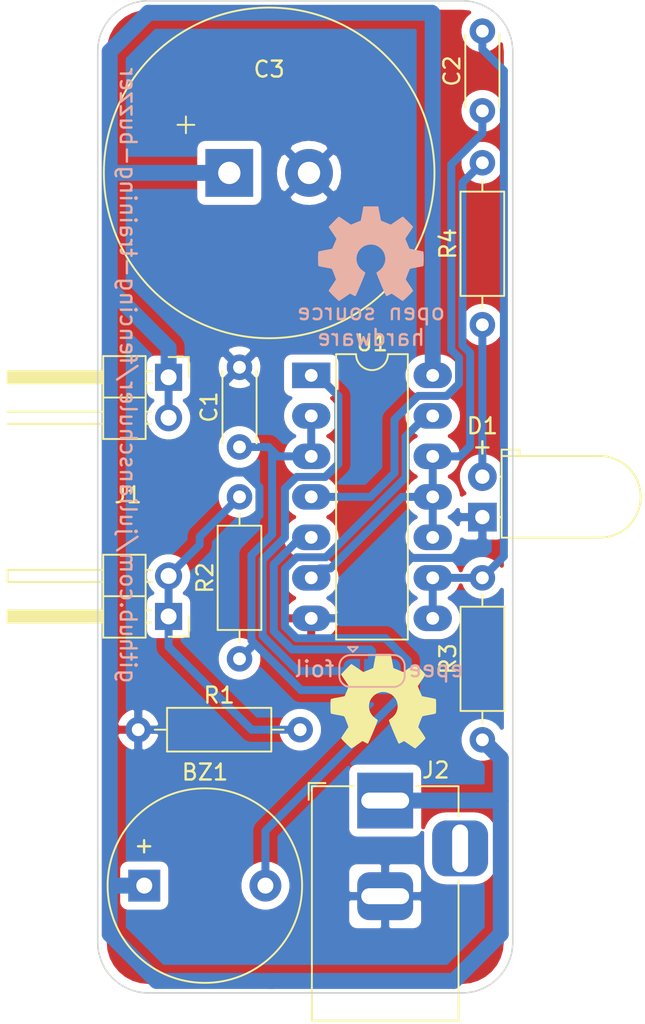
<source format=kicad_pcb>
(kicad_pcb (version 20171130) (host pcbnew 5.1.5-52549c5~86~ubuntu18.04.1)

  (general
    (thickness 1.6)
    (drawings 13)
    (tracks 135)
    (zones 0)
    (modules 15)
    (nets 13)
  )

  (page A4)
  (layers
    (0 F.Cu signal)
    (31 B.Cu signal)
    (32 B.Adhes user)
    (33 F.Adhes user)
    (34 B.Paste user)
    (35 F.Paste user)
    (36 B.SilkS user)
    (37 F.SilkS user)
    (38 B.Mask user)
    (39 F.Mask user)
    (40 Dwgs.User user)
    (41 Cmts.User user)
    (42 Eco1.User user)
    (43 Eco2.User user)
    (44 Edge.Cuts user)
    (45 Margin user)
    (46 B.CrtYd user)
    (47 F.CrtYd user)
    (48 B.Fab user)
    (49 F.Fab user)
  )

  (setup
    (last_trace_width 1)
    (user_trace_width 0.3)
    (user_trace_width 0.4)
    (user_trace_width 0.5)
    (user_trace_width 1)
    (trace_clearance 0.2)
    (zone_clearance 0.508)
    (zone_45_only no)
    (trace_min 0.2)
    (via_size 0.8)
    (via_drill 0.4)
    (via_min_size 0.4)
    (via_min_drill 0.3)
    (uvia_size 0.3)
    (uvia_drill 0.1)
    (uvias_allowed no)
    (uvia_min_size 0.2)
    (uvia_min_drill 0.1)
    (edge_width 0.1)
    (segment_width 0.2)
    (pcb_text_width 0.3)
    (pcb_text_size 1.5 1.5)
    (mod_edge_width 0.15)
    (mod_text_size 1 1)
    (mod_text_width 0.15)
    (pad_size 1.524 1.524)
    (pad_drill 0.762)
    (pad_to_mask_clearance 0)
    (aux_axis_origin 0 0)
    (visible_elements FFFFFF7F)
    (pcbplotparams
      (layerselection 0x010f0_ffffffff)
      (usegerberextensions false)
      (usegerberattributes false)
      (usegerberadvancedattributes false)
      (creategerberjobfile false)
      (excludeedgelayer true)
      (linewidth 0.100000)
      (plotframeref false)
      (viasonmask false)
      (mode 1)
      (useauxorigin false)
      (hpglpennumber 1)
      (hpglpenspeed 20)
      (hpglpendiameter 15.000000)
      (psnegative false)
      (psa4output false)
      (plotreference true)
      (plotvalue true)
      (plotinvisibletext false)
      (padsonsilk false)
      (subtractmaskfromsilk false)
      (outputformat 1)
      (mirror false)
      (drillshape 0)
      (scaleselection 1)
      (outputdirectory "../Gerber"))
  )

  (net 0 "")
  (net 1 "Net-(BZ1-Pad2)")
  (net 2 "Net-(C1-Pad2)")
  (net 3 "Net-(C2-Pad2)")
  (net 4 "Net-(C2-Pad1)")
  (net 5 "Net-(D1-Pad2)")
  (net 6 "Net-(J1-Pad1)")
  (net 7 "Net-(J2-Pad3)")
  (net 8 "Net-(JP1-Pad2)")
  (net 9 "Net-(JP1-Pad1)")
  (net 10 "Net-(R4-Pad2)")
  (net 11 VCC)
  (net 12 GND)

  (net_class Default "This is the default net class."
    (clearance 0.2)
    (trace_width 0.25)
    (via_dia 0.8)
    (via_drill 0.4)
    (uvia_dia 0.3)
    (uvia_drill 0.1)
    (add_net GND)
    (add_net "Net-(BZ1-Pad2)")
    (add_net "Net-(C1-Pad2)")
    (add_net "Net-(C2-Pad1)")
    (add_net "Net-(C2-Pad2)")
    (add_net "Net-(D1-Pad2)")
    (add_net "Net-(J1-Pad1)")
    (add_net "Net-(J2-Pad3)")
    (add_net "Net-(JP1-Pad1)")
    (add_net "Net-(JP1-Pad2)")
    (add_net "Net-(R4-Pad2)")
    (add_net VCC)
  )

  (module Symbol:OSHW-Symbol_6.7x6mm_SilkScreen (layer B.Cu) (tedit 0) (tstamp 5E8E09DF)
    (at 158.75 73.66 180)
    (descr "Open Source Hardware Symbol")
    (tags "Logo Symbol OSHW")
    (attr virtual)
    (fp_text reference REF** (at 0 0) (layer B.SilkS) hide
      (effects (font (size 1 1) (thickness 0.15)) (justify mirror))
    )
    (fp_text value OSHW-Symbol_6.7x6mm_SilkScreen (at 0.75 0) (layer B.Fab) hide
      (effects (font (size 1 1) (thickness 0.15)) (justify mirror))
    )
    (fp_poly (pts (xy 0.555814 2.531069) (xy 0.639635 2.086445) (xy 0.94892 1.958947) (xy 1.258206 1.831449)
      (xy 1.629246 2.083754) (xy 1.733157 2.154004) (xy 1.827087 2.216728) (xy 1.906652 2.269062)
      (xy 1.96747 2.308143) (xy 2.005157 2.331107) (xy 2.015421 2.336058) (xy 2.03391 2.323324)
      (xy 2.07342 2.288118) (xy 2.129522 2.234938) (xy 2.197787 2.168282) (xy 2.273786 2.092646)
      (xy 2.353092 2.012528) (xy 2.431275 1.932426) (xy 2.503907 1.856836) (xy 2.566559 1.790255)
      (xy 2.614803 1.737182) (xy 2.64421 1.702113) (xy 2.651241 1.690377) (xy 2.641123 1.66874)
      (xy 2.612759 1.621338) (xy 2.569129 1.552807) (xy 2.513218 1.467785) (xy 2.448006 1.370907)
      (xy 2.410219 1.31565) (xy 2.341343 1.214752) (xy 2.28014 1.123701) (xy 2.229578 1.04703)
      (xy 2.192628 0.989272) (xy 2.172258 0.954957) (xy 2.169197 0.947746) (xy 2.176136 0.927252)
      (xy 2.195051 0.879487) (xy 2.223087 0.811168) (xy 2.257391 0.729011) (xy 2.295109 0.63973)
      (xy 2.333387 0.550042) (xy 2.36937 0.466662) (xy 2.400206 0.396306) (xy 2.423039 0.34569)
      (xy 2.435017 0.321529) (xy 2.435724 0.320578) (xy 2.454531 0.315964) (xy 2.504618 0.305672)
      (xy 2.580793 0.290713) (xy 2.677865 0.272099) (xy 2.790643 0.250841) (xy 2.856442 0.238582)
      (xy 2.97695 0.215638) (xy 3.085797 0.193805) (xy 3.177476 0.174278) (xy 3.246481 0.158252)
      (xy 3.287304 0.146921) (xy 3.295511 0.143326) (xy 3.303548 0.118994) (xy 3.310033 0.064041)
      (xy 3.31497 -0.015108) (xy 3.318364 -0.112026) (xy 3.320218 -0.220287) (xy 3.320538 -0.333465)
      (xy 3.319327 -0.445135) (xy 3.31659 -0.548868) (xy 3.312331 -0.638241) (xy 3.306555 -0.706826)
      (xy 3.299267 -0.748197) (xy 3.294895 -0.75681) (xy 3.268764 -0.767133) (xy 3.213393 -0.781892)
      (xy 3.136107 -0.799352) (xy 3.04423 -0.81778) (xy 3.012158 -0.823741) (xy 2.857524 -0.852066)
      (xy 2.735375 -0.874876) (xy 2.641673 -0.89308) (xy 2.572384 -0.907583) (xy 2.523471 -0.919292)
      (xy 2.490897 -0.929115) (xy 2.470628 -0.937956) (xy 2.458626 -0.946724) (xy 2.456947 -0.948457)
      (xy 2.440184 -0.976371) (xy 2.414614 -1.030695) (xy 2.382788 -1.104777) (xy 2.34726 -1.191965)
      (xy 2.310583 -1.285608) (xy 2.275311 -1.379052) (xy 2.243996 -1.465647) (xy 2.219193 -1.53874)
      (xy 2.203454 -1.591678) (xy 2.199332 -1.617811) (xy 2.199676 -1.618726) (xy 2.213641 -1.640086)
      (xy 2.245322 -1.687084) (xy 2.291391 -1.754827) (xy 2.348518 -1.838423) (xy 2.413373 -1.932982)
      (xy 2.431843 -1.959854) (xy 2.497699 -2.057275) (xy 2.55565 -2.146163) (xy 2.602538 -2.221412)
      (xy 2.635207 -2.27792) (xy 2.6505 -2.310581) (xy 2.651241 -2.314593) (xy 2.638392 -2.335684)
      (xy 2.602888 -2.377464) (xy 2.549293 -2.435445) (xy 2.482171 -2.505135) (xy 2.406087 -2.582045)
      (xy 2.325604 -2.661683) (xy 2.245287 -2.739561) (xy 2.169699 -2.811186) (xy 2.103405 -2.87207)
      (xy 2.050969 -2.917721) (xy 2.016955 -2.94365) (xy 2.007545 -2.947883) (xy 1.985643 -2.937912)
      (xy 1.9408 -2.91102) (xy 1.880321 -2.871736) (xy 1.833789 -2.840117) (xy 1.749475 -2.782098)
      (xy 1.649626 -2.713784) (xy 1.549473 -2.645579) (xy 1.495627 -2.609075) (xy 1.313371 -2.4858)
      (xy 1.160381 -2.56852) (xy 1.090682 -2.604759) (xy 1.031414 -2.632926) (xy 0.991311 -2.648991)
      (xy 0.981103 -2.651226) (xy 0.968829 -2.634722) (xy 0.944613 -2.588082) (xy 0.910263 -2.515609)
      (xy 0.867588 -2.421606) (xy 0.818394 -2.310374) (xy 0.76449 -2.186215) (xy 0.707684 -2.053432)
      (xy 0.649782 -1.916327) (xy 0.592593 -1.779202) (xy 0.537924 -1.646358) (xy 0.487584 -1.522098)
      (xy 0.44338 -1.410725) (xy 0.407119 -1.316539) (xy 0.380609 -1.243844) (xy 0.365658 -1.196941)
      (xy 0.363254 -1.180833) (xy 0.382311 -1.160286) (xy 0.424036 -1.126933) (xy 0.479706 -1.087702)
      (xy 0.484378 -1.084599) (xy 0.628264 -0.969423) (xy 0.744283 -0.835053) (xy 0.83143 -0.685784)
      (xy 0.888699 -0.525913) (xy 0.915086 -0.359737) (xy 0.909585 -0.191552) (xy 0.87119 -0.025655)
      (xy 0.798895 0.133658) (xy 0.777626 0.168513) (xy 0.666996 0.309263) (xy 0.536302 0.422286)
      (xy 0.390064 0.506997) (xy 0.232808 0.562806) (xy 0.069057 0.589126) (xy -0.096667 0.58537)
      (xy -0.259838 0.55095) (xy -0.415935 0.485277) (xy -0.560433 0.387765) (xy -0.605131 0.348187)
      (xy -0.718888 0.224297) (xy -0.801782 0.093876) (xy -0.858644 -0.052315) (xy -0.890313 -0.197088)
      (xy -0.898131 -0.35986) (xy -0.872062 -0.52344) (xy -0.814755 -0.682298) (xy -0.728856 -0.830906)
      (xy -0.617014 -0.963735) (xy -0.481877 -1.075256) (xy -0.464117 -1.087011) (xy -0.40785 -1.125508)
      (xy -0.365077 -1.158863) (xy -0.344628 -1.18016) (xy -0.344331 -1.180833) (xy -0.348721 -1.203871)
      (xy -0.366124 -1.256157) (xy -0.394732 -1.33339) (xy -0.432735 -1.431268) (xy -0.478326 -1.545491)
      (xy -0.529697 -1.671758) (xy -0.585038 -1.805767) (xy -0.642542 -1.943218) (xy -0.700399 -2.079808)
      (xy -0.756802 -2.211237) (xy -0.809942 -2.333205) (xy -0.85801 -2.441409) (xy -0.899199 -2.531549)
      (xy -0.931699 -2.599323) (xy -0.953703 -2.64043) (xy -0.962564 -2.651226) (xy -0.98964 -2.642819)
      (xy -1.040303 -2.620272) (xy -1.105817 -2.587613) (xy -1.141841 -2.56852) (xy -1.294832 -2.4858)
      (xy -1.477088 -2.609075) (xy -1.570125 -2.672228) (xy -1.671985 -2.741727) (xy -1.767438 -2.807165)
      (xy -1.81525 -2.840117) (xy -1.882495 -2.885273) (xy -1.939436 -2.921057) (xy -1.978646 -2.942938)
      (xy -1.991381 -2.947563) (xy -2.009917 -2.935085) (xy -2.050941 -2.900252) (xy -2.110475 -2.846678)
      (xy -2.184542 -2.777983) (xy -2.269165 -2.697781) (xy -2.322685 -2.646286) (xy -2.416319 -2.554286)
      (xy -2.497241 -2.471999) (xy -2.562177 -2.402945) (xy -2.607858 -2.350644) (xy -2.631011 -2.318616)
      (xy -2.633232 -2.312116) (xy -2.622924 -2.287394) (xy -2.594439 -2.237405) (xy -2.550937 -2.167212)
      (xy -2.495577 -2.081875) (xy -2.43152 -1.986456) (xy -2.413303 -1.959854) (xy -2.346927 -1.863167)
      (xy -2.287378 -1.776117) (xy -2.237984 -1.703595) (xy -2.202075 -1.650493) (xy -2.182981 -1.621703)
      (xy -2.181136 -1.618726) (xy -2.183895 -1.595782) (xy -2.198538 -1.545336) (xy -2.222513 -1.474041)
      (xy -2.253266 -1.388547) (xy -2.288244 -1.295507) (xy -2.324893 -1.201574) (xy -2.360661 -1.113399)
      (xy -2.392994 -1.037634) (xy -2.419338 -0.980931) (xy -2.437142 -0.949943) (xy -2.438407 -0.948457)
      (xy -2.449294 -0.939601) (xy -2.467682 -0.930843) (xy -2.497606 -0.921277) (xy -2.543103 -0.909996)
      (xy -2.608209 -0.896093) (xy -2.696961 -0.878663) (xy -2.813393 -0.856798) (xy -2.961542 -0.829591)
      (xy -2.993618 -0.823741) (xy -3.088686 -0.805374) (xy -3.171565 -0.787405) (xy -3.23493 -0.771569)
      (xy -3.271458 -0.7596) (xy -3.276356 -0.75681) (xy -3.284427 -0.732072) (xy -3.290987 -0.67679)
      (xy -3.296033 -0.597389) (xy -3.299559 -0.500296) (xy -3.301561 -0.391938) (xy -3.302036 -0.27874)
      (xy -3.300977 -0.167128) (xy -3.298382 -0.063529) (xy -3.294246 0.025632) (xy -3.288563 0.093928)
      (xy -3.281331 0.134934) (xy -3.276971 0.143326) (xy -3.252698 0.151792) (xy -3.197426 0.165565)
      (xy -3.116662 0.18345) (xy -3.015912 0.204252) (xy -2.900683 0.226777) (xy -2.837902 0.238582)
      (xy -2.718787 0.260849) (xy -2.612565 0.281021) (xy -2.524427 0.298085) (xy -2.459566 0.311031)
      (xy -2.423174 0.318845) (xy -2.417184 0.320578) (xy -2.407061 0.34011) (xy -2.385662 0.387157)
      (xy -2.355839 0.454997) (xy -2.320445 0.536909) (xy -2.282332 0.626172) (xy -2.244353 0.716065)
      (xy -2.20936 0.799865) (xy -2.180206 0.870853) (xy -2.159743 0.922306) (xy -2.150823 0.947503)
      (xy -2.150657 0.948604) (xy -2.160769 0.968481) (xy -2.189117 1.014223) (xy -2.232723 1.081283)
      (xy -2.288606 1.165116) (xy -2.353787 1.261174) (xy -2.391679 1.31635) (xy -2.460725 1.417519)
      (xy -2.52205 1.50937) (xy -2.572663 1.587256) (xy -2.609571 1.646531) (xy -2.629782 1.682549)
      (xy -2.632701 1.690623) (xy -2.620153 1.709416) (xy -2.585463 1.749543) (xy -2.533063 1.806507)
      (xy -2.467384 1.875815) (xy -2.392856 1.952969) (xy -2.313913 2.033475) (xy -2.234983 2.112837)
      (xy -2.1605 2.18656) (xy -2.094894 2.250148) (xy -2.042596 2.299106) (xy -2.008039 2.328939)
      (xy -1.996478 2.336058) (xy -1.977654 2.326047) (xy -1.932631 2.297922) (xy -1.865787 2.254546)
      (xy -1.781499 2.198782) (xy -1.684144 2.133494) (xy -1.610707 2.083754) (xy -1.239667 1.831449)
      (xy -0.621095 2.086445) (xy -0.537275 2.531069) (xy -0.453454 2.975693) (xy 0.471994 2.975693)
      (xy 0.555814 2.531069)) (layer B.SilkS) (width 0.01))
  )

  (module Symbol:OSHW-Symbol_6.7x6mm_SilkScreen (layer F.Cu) (tedit 0) (tstamp 5E8CD56A)
    (at 159.512 101.727)
    (descr "Open Source Hardware Symbol")
    (tags "Logo Symbol OSHW")
    (attr virtual)
    (fp_text reference REF** (at 0 0) (layer F.SilkS) hide
      (effects (font (size 1 1) (thickness 0.15)))
    )
    (fp_text value OSHW-Symbol_6.7x6mm_SilkScreen (at 0.75 0) (layer F.Fab) hide
      (effects (font (size 1 1) (thickness 0.15)))
    )
    (fp_poly (pts (xy 0.555814 -2.531069) (xy 0.639635 -2.086445) (xy 0.94892 -1.958947) (xy 1.258206 -1.831449)
      (xy 1.629246 -2.083754) (xy 1.733157 -2.154004) (xy 1.827087 -2.216728) (xy 1.906652 -2.269062)
      (xy 1.96747 -2.308143) (xy 2.005157 -2.331107) (xy 2.015421 -2.336058) (xy 2.03391 -2.323324)
      (xy 2.07342 -2.288118) (xy 2.129522 -2.234938) (xy 2.197787 -2.168282) (xy 2.273786 -2.092646)
      (xy 2.353092 -2.012528) (xy 2.431275 -1.932426) (xy 2.503907 -1.856836) (xy 2.566559 -1.790255)
      (xy 2.614803 -1.737182) (xy 2.64421 -1.702113) (xy 2.651241 -1.690377) (xy 2.641123 -1.66874)
      (xy 2.612759 -1.621338) (xy 2.569129 -1.552807) (xy 2.513218 -1.467785) (xy 2.448006 -1.370907)
      (xy 2.410219 -1.31565) (xy 2.341343 -1.214752) (xy 2.28014 -1.123701) (xy 2.229578 -1.04703)
      (xy 2.192628 -0.989272) (xy 2.172258 -0.954957) (xy 2.169197 -0.947746) (xy 2.176136 -0.927252)
      (xy 2.195051 -0.879487) (xy 2.223087 -0.811168) (xy 2.257391 -0.729011) (xy 2.295109 -0.63973)
      (xy 2.333387 -0.550042) (xy 2.36937 -0.466662) (xy 2.400206 -0.396306) (xy 2.423039 -0.34569)
      (xy 2.435017 -0.321529) (xy 2.435724 -0.320578) (xy 2.454531 -0.315964) (xy 2.504618 -0.305672)
      (xy 2.580793 -0.290713) (xy 2.677865 -0.272099) (xy 2.790643 -0.250841) (xy 2.856442 -0.238582)
      (xy 2.97695 -0.215638) (xy 3.085797 -0.193805) (xy 3.177476 -0.174278) (xy 3.246481 -0.158252)
      (xy 3.287304 -0.146921) (xy 3.295511 -0.143326) (xy 3.303548 -0.118994) (xy 3.310033 -0.064041)
      (xy 3.31497 0.015108) (xy 3.318364 0.112026) (xy 3.320218 0.220287) (xy 3.320538 0.333465)
      (xy 3.319327 0.445135) (xy 3.31659 0.548868) (xy 3.312331 0.638241) (xy 3.306555 0.706826)
      (xy 3.299267 0.748197) (xy 3.294895 0.75681) (xy 3.268764 0.767133) (xy 3.213393 0.781892)
      (xy 3.136107 0.799352) (xy 3.04423 0.81778) (xy 3.012158 0.823741) (xy 2.857524 0.852066)
      (xy 2.735375 0.874876) (xy 2.641673 0.89308) (xy 2.572384 0.907583) (xy 2.523471 0.919292)
      (xy 2.490897 0.929115) (xy 2.470628 0.937956) (xy 2.458626 0.946724) (xy 2.456947 0.948457)
      (xy 2.440184 0.976371) (xy 2.414614 1.030695) (xy 2.382788 1.104777) (xy 2.34726 1.191965)
      (xy 2.310583 1.285608) (xy 2.275311 1.379052) (xy 2.243996 1.465647) (xy 2.219193 1.53874)
      (xy 2.203454 1.591678) (xy 2.199332 1.617811) (xy 2.199676 1.618726) (xy 2.213641 1.640086)
      (xy 2.245322 1.687084) (xy 2.291391 1.754827) (xy 2.348518 1.838423) (xy 2.413373 1.932982)
      (xy 2.431843 1.959854) (xy 2.497699 2.057275) (xy 2.55565 2.146163) (xy 2.602538 2.221412)
      (xy 2.635207 2.27792) (xy 2.6505 2.310581) (xy 2.651241 2.314593) (xy 2.638392 2.335684)
      (xy 2.602888 2.377464) (xy 2.549293 2.435445) (xy 2.482171 2.505135) (xy 2.406087 2.582045)
      (xy 2.325604 2.661683) (xy 2.245287 2.739561) (xy 2.169699 2.811186) (xy 2.103405 2.87207)
      (xy 2.050969 2.917721) (xy 2.016955 2.94365) (xy 2.007545 2.947883) (xy 1.985643 2.937912)
      (xy 1.9408 2.91102) (xy 1.880321 2.871736) (xy 1.833789 2.840117) (xy 1.749475 2.782098)
      (xy 1.649626 2.713784) (xy 1.549473 2.645579) (xy 1.495627 2.609075) (xy 1.313371 2.4858)
      (xy 1.160381 2.56852) (xy 1.090682 2.604759) (xy 1.031414 2.632926) (xy 0.991311 2.648991)
      (xy 0.981103 2.651226) (xy 0.968829 2.634722) (xy 0.944613 2.588082) (xy 0.910263 2.515609)
      (xy 0.867588 2.421606) (xy 0.818394 2.310374) (xy 0.76449 2.186215) (xy 0.707684 2.053432)
      (xy 0.649782 1.916327) (xy 0.592593 1.779202) (xy 0.537924 1.646358) (xy 0.487584 1.522098)
      (xy 0.44338 1.410725) (xy 0.407119 1.316539) (xy 0.380609 1.243844) (xy 0.365658 1.196941)
      (xy 0.363254 1.180833) (xy 0.382311 1.160286) (xy 0.424036 1.126933) (xy 0.479706 1.087702)
      (xy 0.484378 1.084599) (xy 0.628264 0.969423) (xy 0.744283 0.835053) (xy 0.83143 0.685784)
      (xy 0.888699 0.525913) (xy 0.915086 0.359737) (xy 0.909585 0.191552) (xy 0.87119 0.025655)
      (xy 0.798895 -0.133658) (xy 0.777626 -0.168513) (xy 0.666996 -0.309263) (xy 0.536302 -0.422286)
      (xy 0.390064 -0.506997) (xy 0.232808 -0.562806) (xy 0.069057 -0.589126) (xy -0.096667 -0.58537)
      (xy -0.259838 -0.55095) (xy -0.415935 -0.485277) (xy -0.560433 -0.387765) (xy -0.605131 -0.348187)
      (xy -0.718888 -0.224297) (xy -0.801782 -0.093876) (xy -0.858644 0.052315) (xy -0.890313 0.197088)
      (xy -0.898131 0.35986) (xy -0.872062 0.52344) (xy -0.814755 0.682298) (xy -0.728856 0.830906)
      (xy -0.617014 0.963735) (xy -0.481877 1.075256) (xy -0.464117 1.087011) (xy -0.40785 1.125508)
      (xy -0.365077 1.158863) (xy -0.344628 1.18016) (xy -0.344331 1.180833) (xy -0.348721 1.203871)
      (xy -0.366124 1.256157) (xy -0.394732 1.33339) (xy -0.432735 1.431268) (xy -0.478326 1.545491)
      (xy -0.529697 1.671758) (xy -0.585038 1.805767) (xy -0.642542 1.943218) (xy -0.700399 2.079808)
      (xy -0.756802 2.211237) (xy -0.809942 2.333205) (xy -0.85801 2.441409) (xy -0.899199 2.531549)
      (xy -0.931699 2.599323) (xy -0.953703 2.64043) (xy -0.962564 2.651226) (xy -0.98964 2.642819)
      (xy -1.040303 2.620272) (xy -1.105817 2.587613) (xy -1.141841 2.56852) (xy -1.294832 2.4858)
      (xy -1.477088 2.609075) (xy -1.570125 2.672228) (xy -1.671985 2.741727) (xy -1.767438 2.807165)
      (xy -1.81525 2.840117) (xy -1.882495 2.885273) (xy -1.939436 2.921057) (xy -1.978646 2.942938)
      (xy -1.991381 2.947563) (xy -2.009917 2.935085) (xy -2.050941 2.900252) (xy -2.110475 2.846678)
      (xy -2.184542 2.777983) (xy -2.269165 2.697781) (xy -2.322685 2.646286) (xy -2.416319 2.554286)
      (xy -2.497241 2.471999) (xy -2.562177 2.402945) (xy -2.607858 2.350644) (xy -2.631011 2.318616)
      (xy -2.633232 2.312116) (xy -2.622924 2.287394) (xy -2.594439 2.237405) (xy -2.550937 2.167212)
      (xy -2.495577 2.081875) (xy -2.43152 1.986456) (xy -2.413303 1.959854) (xy -2.346927 1.863167)
      (xy -2.287378 1.776117) (xy -2.237984 1.703595) (xy -2.202075 1.650493) (xy -2.182981 1.621703)
      (xy -2.181136 1.618726) (xy -2.183895 1.595782) (xy -2.198538 1.545336) (xy -2.222513 1.474041)
      (xy -2.253266 1.388547) (xy -2.288244 1.295507) (xy -2.324893 1.201574) (xy -2.360661 1.113399)
      (xy -2.392994 1.037634) (xy -2.419338 0.980931) (xy -2.437142 0.949943) (xy -2.438407 0.948457)
      (xy -2.449294 0.939601) (xy -2.467682 0.930843) (xy -2.497606 0.921277) (xy -2.543103 0.909996)
      (xy -2.608209 0.896093) (xy -2.696961 0.878663) (xy -2.813393 0.856798) (xy -2.961542 0.829591)
      (xy -2.993618 0.823741) (xy -3.088686 0.805374) (xy -3.171565 0.787405) (xy -3.23493 0.771569)
      (xy -3.271458 0.7596) (xy -3.276356 0.75681) (xy -3.284427 0.732072) (xy -3.290987 0.67679)
      (xy -3.296033 0.597389) (xy -3.299559 0.500296) (xy -3.301561 0.391938) (xy -3.302036 0.27874)
      (xy -3.300977 0.167128) (xy -3.298382 0.063529) (xy -3.294246 -0.025632) (xy -3.288563 -0.093928)
      (xy -3.281331 -0.134934) (xy -3.276971 -0.143326) (xy -3.252698 -0.151792) (xy -3.197426 -0.165565)
      (xy -3.116662 -0.18345) (xy -3.015912 -0.204252) (xy -2.900683 -0.226777) (xy -2.837902 -0.238582)
      (xy -2.718787 -0.260849) (xy -2.612565 -0.281021) (xy -2.524427 -0.298085) (xy -2.459566 -0.311031)
      (xy -2.423174 -0.318845) (xy -2.417184 -0.320578) (xy -2.407061 -0.34011) (xy -2.385662 -0.387157)
      (xy -2.355839 -0.454997) (xy -2.320445 -0.536909) (xy -2.282332 -0.626172) (xy -2.244353 -0.716065)
      (xy -2.20936 -0.799865) (xy -2.180206 -0.870853) (xy -2.159743 -0.922306) (xy -2.150823 -0.947503)
      (xy -2.150657 -0.948604) (xy -2.160769 -0.968481) (xy -2.189117 -1.014223) (xy -2.232723 -1.081283)
      (xy -2.288606 -1.165116) (xy -2.353787 -1.261174) (xy -2.391679 -1.31635) (xy -2.460725 -1.417519)
      (xy -2.52205 -1.50937) (xy -2.572663 -1.587256) (xy -2.609571 -1.646531) (xy -2.629782 -1.682549)
      (xy -2.632701 -1.690623) (xy -2.620153 -1.709416) (xy -2.585463 -1.749543) (xy -2.533063 -1.806507)
      (xy -2.467384 -1.875815) (xy -2.392856 -1.952969) (xy -2.313913 -2.033475) (xy -2.234983 -2.112837)
      (xy -2.1605 -2.18656) (xy -2.094894 -2.250148) (xy -2.042596 -2.299106) (xy -2.008039 -2.328939)
      (xy -1.996478 -2.336058) (xy -1.977654 -2.326047) (xy -1.932631 -2.297922) (xy -1.865787 -2.254546)
      (xy -1.781499 -2.198782) (xy -1.684144 -2.133494) (xy -1.610707 -2.083754) (xy -1.239667 -1.831449)
      (xy -0.621095 -2.086445) (xy -0.537275 -2.531069) (xy -0.453454 -2.975693) (xy 0.471994 -2.975693)
      (xy 0.555814 -2.531069)) (layer F.SilkS) (width 0.01))
  )

  (module Training-buzzer-configurable:CP_Radial_Supercap_D21.5mm_P5.00mm (layer F.Cu) (tedit 5DF6B0FA) (tstamp 5E87560C)
    (at 149.86 68.58)
    (descr "CP, Radial_Tantal series, Radial, pin pitch=5.00mm, , diameter=10.5mm, Tantal Electrolytic Capacitor, http://cdn-reichelt.de/documents/datenblatt/B300/TANTAL-TB-Serie%23.pdf")
    (tags "CP Radial_Tantal series Radial pin pitch 5.00mm  diameter 10.5mm Tantal Electrolytic Capacitor")
    (path /5E0A6E04)
    (fp_text reference C3 (at 2.5 -6.5) (layer F.SilkS)
      (effects (font (size 1 1) (thickness 0.15)))
    )
    (fp_text value 1F (at 2.5 6.5) (layer F.Fab)
      (effects (font (size 1 1) (thickness 0.15)))
    )
    (fp_circle (center 2.5 0) (end 12.75 0) (layer F.Fab) (width 0.1))
    (fp_circle (center 2.5 0) (end 12.87 0) (layer F.SilkS) (width 0.12))
    (fp_circle (center 2.5 0) (end 13 0) (layer F.CrtYd) (width 0.05))
    (fp_line (start -2.004387 -2.2975) (end -0.954387 -2.2975) (layer F.Fab) (width 0.1))
    (fp_line (start -1.479387 -2.8225) (end -1.479387 -1.7725) (layer F.Fab) (width 0.1))
    (fp_line (start -3.247133 -3.015) (end -2.197133 -3.015) (layer F.SilkS) (width 0.12))
    (fp_line (start -2.722133 -3.54) (end -2.722133 -2.49) (layer F.SilkS) (width 0.12))
    (fp_text user %R (at 2.5 0) (layer F.Fab)
      (effects (font (size 1 1) (thickness 0.15)))
    )
    (pad 2 thru_hole circle (at 5 0) (size 3 3) (drill 1.4) (layers *.Cu *.Mask)
      (net 12 GND))
    (pad 1 thru_hole rect (at 0 0) (size 3 3) (drill 1.4) (layers *.Cu *.Mask)
      (net 11 VCC))
    (model ${KISYS3DMOD}/Capacitor_THT.3dshapes/CP_Radial_Tantal_D10.5mm_P5.00mm.wrl
      (at (xyz 0 0 0))
      (scale (xyz 1 1 1))
      (rotate (xyz 0 0 0))
    )
  )

  (module Connector_BarrelJack:BarrelJack_Horizontal (layer F.Cu) (tedit 5A1DBF6A) (tstamp 5E876384)
    (at 159.639 107.95 90)
    (descr "DC Barrel Jack")
    (tags "Power Jack")
    (path /5E0A67DF)
    (fp_text reference J2 (at 1.905 3.175 180) (layer F.SilkS)
      (effects (font (size 1 1) (thickness 0.15)))
    )
    (fp_text value "DC Jack 5V" (at -6.2 -5.5 90) (layer F.Fab) hide
      (effects (font (size 1 1) (thickness 0.15)))
    )
    (fp_line (start 0 -4.5) (end -13.7 -4.5) (layer F.Fab) (width 0.1))
    (fp_line (start 0.8 4.5) (end 0.8 -3.75) (layer F.Fab) (width 0.1))
    (fp_line (start -13.7 4.5) (end 0.8 4.5) (layer F.Fab) (width 0.1))
    (fp_line (start -13.7 -4.5) (end -13.7 4.5) (layer F.Fab) (width 0.1))
    (fp_line (start -10.2 -4.5) (end -10.2 4.5) (layer F.Fab) (width 0.1))
    (fp_line (start 0.9 -4.6) (end 0.9 -2) (layer F.SilkS) (width 0.12))
    (fp_line (start -13.8 -4.6) (end 0.9 -4.6) (layer F.SilkS) (width 0.12))
    (fp_line (start 0.9 4.6) (end -1 4.6) (layer F.SilkS) (width 0.12))
    (fp_line (start 0.9 1.9) (end 0.9 4.6) (layer F.SilkS) (width 0.12))
    (fp_line (start -13.8 4.6) (end -13.8 -4.6) (layer F.SilkS) (width 0.12))
    (fp_line (start -5 4.6) (end -13.8 4.6) (layer F.SilkS) (width 0.12))
    (fp_line (start -14 4.75) (end -14 -4.75) (layer F.CrtYd) (width 0.05))
    (fp_line (start -5 4.75) (end -14 4.75) (layer F.CrtYd) (width 0.05))
    (fp_line (start -5 6.75) (end -5 4.75) (layer F.CrtYd) (width 0.05))
    (fp_line (start -1 6.75) (end -5 6.75) (layer F.CrtYd) (width 0.05))
    (fp_line (start -1 4.75) (end -1 6.75) (layer F.CrtYd) (width 0.05))
    (fp_line (start 1 4.75) (end -1 4.75) (layer F.CrtYd) (width 0.05))
    (fp_line (start 1 2) (end 1 4.75) (layer F.CrtYd) (width 0.05))
    (fp_line (start 2 2) (end 1 2) (layer F.CrtYd) (width 0.05))
    (fp_line (start 2 -2) (end 2 2) (layer F.CrtYd) (width 0.05))
    (fp_line (start 1 -2) (end 2 -2) (layer F.CrtYd) (width 0.05))
    (fp_line (start 1 -4.5) (end 1 -2) (layer F.CrtYd) (width 0.05))
    (fp_line (start 1 -4.75) (end -14 -4.75) (layer F.CrtYd) (width 0.05))
    (fp_line (start 1 -4.5) (end 1 -4.75) (layer F.CrtYd) (width 0.05))
    (fp_line (start 0.05 -4.8) (end 1.1 -4.8) (layer F.SilkS) (width 0.12))
    (fp_line (start 1.1 -3.75) (end 1.1 -4.8) (layer F.SilkS) (width 0.12))
    (fp_line (start -0.003213 -4.505425) (end 0.8 -3.75) (layer F.Fab) (width 0.1))
    (fp_text user %R (at -3 -2.95 180) (layer F.Fab)
      (effects (font (size 1 1) (thickness 0.15)))
    )
    (pad 3 thru_hole roundrect (at -3 4.7 90) (size 3.5 3.5) (drill oval 3 1) (layers *.Cu *.Mask) (roundrect_rratio 0.25)
      (net 7 "Net-(J2-Pad3)"))
    (pad 2 thru_hole roundrect (at -6 0 90) (size 3 3.5) (drill oval 1 3) (layers *.Cu *.Mask) (roundrect_rratio 0.25)
      (net 12 GND))
    (pad 1 thru_hole rect (at 0 0 90) (size 3.5 3.5) (drill oval 1 3) (layers *.Cu *.Mask)
      (net 11 VCC))
    (model ${KISYS3DMOD}/Connector_BarrelJack.3dshapes/BarrelJack_Horizontal.wrl
      (at (xyz 0 0 0))
      (scale (xyz 1 1 1))
      (rotate (xyz 0 0 0))
    )
  )

  (module Package_DIP:DIP-14_W7.62mm_LongPads (layer F.Cu) (tedit 5A02E8C5) (tstamp 5E847E1A)
    (at 155 81.28)
    (descr "14-lead though-hole mounted DIP package, row spacing 7.62 mm (300 mils), LongPads")
    (tags "THT DIP DIL PDIP 2.54mm 7.62mm 300mil LongPads")
    (path /5E85DDF5)
    (fp_text reference U1 (at 3.81 -2.032) (layer F.SilkS)
      (effects (font (size 1 1) (thickness 0.15)))
    )
    (fp_text value 74HC02 (at 3.81 17.57) (layer F.Fab)
      (effects (font (size 1 1) (thickness 0.15)))
    )
    (fp_text user %R (at 3.81 7.62) (layer F.Fab)
      (effects (font (size 1 1) (thickness 0.15)))
    )
    (fp_line (start 9.1 -1.55) (end -1.45 -1.55) (layer F.CrtYd) (width 0.05))
    (fp_line (start 9.1 16.8) (end 9.1 -1.55) (layer F.CrtYd) (width 0.05))
    (fp_line (start -1.45 16.8) (end 9.1 16.8) (layer F.CrtYd) (width 0.05))
    (fp_line (start -1.45 -1.55) (end -1.45 16.8) (layer F.CrtYd) (width 0.05))
    (fp_line (start 6.06 -1.33) (end 4.81 -1.33) (layer F.SilkS) (width 0.12))
    (fp_line (start 6.06 16.57) (end 6.06 -1.33) (layer F.SilkS) (width 0.12))
    (fp_line (start 1.56 16.57) (end 6.06 16.57) (layer F.SilkS) (width 0.12))
    (fp_line (start 1.56 -1.33) (end 1.56 16.57) (layer F.SilkS) (width 0.12))
    (fp_line (start 2.81 -1.33) (end 1.56 -1.33) (layer F.SilkS) (width 0.12))
    (fp_line (start 0.635 -0.27) (end 1.635 -1.27) (layer F.Fab) (width 0.1))
    (fp_line (start 0.635 16.51) (end 0.635 -0.27) (layer F.Fab) (width 0.1))
    (fp_line (start 6.985 16.51) (end 0.635 16.51) (layer F.Fab) (width 0.1))
    (fp_line (start 6.985 -1.27) (end 6.985 16.51) (layer F.Fab) (width 0.1))
    (fp_line (start 1.635 -1.27) (end 6.985 -1.27) (layer F.Fab) (width 0.1))
    (fp_arc (start 3.81 -1.33) (end 2.81 -1.33) (angle -180) (layer F.SilkS) (width 0.12))
    (pad 14 thru_hole oval (at 7.62 0) (size 2.4 1.6) (drill 0.8) (layers *.Cu *.Mask)
      (net 11 VCC))
    (pad 7 thru_hole oval (at 0 15.24) (size 2.4 1.6) (drill 0.8) (layers *.Cu *.Mask)
      (net 12 GND))
    (pad 13 thru_hole oval (at 7.62 2.54) (size 2.4 1.6) (drill 0.8) (layers *.Cu *.Mask)
      (net 1 "Net-(BZ1-Pad2)"))
    (pad 6 thru_hole oval (at 0 12.7) (size 2.4 1.6) (drill 0.8) (layers *.Cu *.Mask)
      (net 10 "Net-(R4-Pad2)"))
    (pad 12 thru_hole oval (at 7.62 5.08) (size 2.4 1.6) (drill 0.8) (layers *.Cu *.Mask)
      (net 10 "Net-(R4-Pad2)"))
    (pad 5 thru_hole oval (at 0 10.16) (size 2.4 1.6) (drill 0.8) (layers *.Cu *.Mask)
      (net 8 "Net-(JP1-Pad2)"))
    (pad 11 thru_hole oval (at 7.62 7.62) (size 2.4 1.6) (drill 0.8) (layers *.Cu *.Mask)
      (net 10 "Net-(R4-Pad2)"))
    (pad 4 thru_hole oval (at 0 7.62) (size 2.4 1.6) (drill 0.8) (layers *.Cu *.Mask)
      (net 3 "Net-(C2-Pad2)"))
    (pad 10 thru_hole oval (at 7.62 10.16) (size 2.4 1.6) (drill 0.8) (layers *.Cu *.Mask)
      (net 10 "Net-(R4-Pad2)"))
    (pad 3 thru_hole oval (at 0 5.08) (size 2.4 1.6) (drill 0.8) (layers *.Cu *.Mask)
      (net 2 "Net-(C1-Pad2)"))
    (pad 9 thru_hole oval (at 7.62 12.7) (size 2.4 1.6) (drill 0.8) (layers *.Cu *.Mask)
      (net 4 "Net-(C2-Pad1)"))
    (pad 2 thru_hole oval (at 0 2.54) (size 2.4 1.6) (drill 0.8) (layers *.Cu *.Mask)
      (net 2 "Net-(C1-Pad2)"))
    (pad 8 thru_hole oval (at 7.62 15.24) (size 2.4 1.6) (drill 0.8) (layers *.Cu *.Mask)
      (net 4 "Net-(C2-Pad1)"))
    (pad 1 thru_hole rect (at 0 0) (size 2.4 1.6) (drill 0.8) (layers *.Cu *.Mask)
      (net 9 "Net-(JP1-Pad1)"))
    (model ${KISYS3DMOD}/Package_DIP.3dshapes/DIP-14_W7.62mm.wrl
      (at (xyz 0 0 0))
      (scale (xyz 1 1 1))
      (rotate (xyz 0 0 0))
    )
  )

  (module Capacitor_THT:C_Disc_D4.3mm_W1.9mm_P5.00mm (layer F.Cu) (tedit 5AE50EF0) (tstamp 5E868128)
    (at 165.735 59.69 270)
    (descr "C, Disc series, Radial, pin pitch=5.00mm, , diameter*width=4.3*1.9mm^2, Capacitor, http://www.vishay.com/docs/45233/krseries.pdf")
    (tags "C Disc series Radial pin pitch 5.00mm  diameter 4.3mm width 1.9mm Capacitor")
    (path /5E8538C1)
    (fp_text reference C2 (at 2.5 1.905 90) (layer F.SilkS)
      (effects (font (size 1 1) (thickness 0.15)))
    )
    (fp_text value 100nF (at 2.5 -1.905 90) (layer F.Fab) hide
      (effects (font (size 1 1) (thickness 0.15)))
    )
    (fp_line (start 0.35 -0.95) (end 0.35 0.95) (layer F.Fab) (width 0.1))
    (fp_line (start 0.35 0.95) (end 4.65 0.95) (layer F.Fab) (width 0.1))
    (fp_line (start 4.65 0.95) (end 4.65 -0.95) (layer F.Fab) (width 0.1))
    (fp_line (start 4.65 -0.95) (end 0.35 -0.95) (layer F.Fab) (width 0.1))
    (fp_line (start 0.23 -1.07) (end 4.77 -1.07) (layer F.SilkS) (width 0.12))
    (fp_line (start 0.23 1.07) (end 4.77 1.07) (layer F.SilkS) (width 0.12))
    (fp_line (start 0.23 -1.07) (end 0.23 -1.055) (layer F.SilkS) (width 0.12))
    (fp_line (start 0.23 1.055) (end 0.23 1.07) (layer F.SilkS) (width 0.12))
    (fp_line (start 4.77 -1.07) (end 4.77 -1.055) (layer F.SilkS) (width 0.12))
    (fp_line (start 4.77 1.055) (end 4.77 1.07) (layer F.SilkS) (width 0.12))
    (fp_line (start -1.05 -1.2) (end -1.05 1.2) (layer F.CrtYd) (width 0.05))
    (fp_line (start -1.05 1.2) (end 6.05 1.2) (layer F.CrtYd) (width 0.05))
    (fp_line (start 6.05 1.2) (end 6.05 -1.2) (layer F.CrtYd) (width 0.05))
    (fp_line (start 6.05 -1.2) (end -1.05 -1.2) (layer F.CrtYd) (width 0.05))
    (fp_text user %R (at 2.5 0 90) (layer F.Fab)
      (effects (font (size 0.86 0.86) (thickness 0.129)))
    )
    (pad 1 thru_hole circle (at 0 0 270) (size 1.6 1.6) (drill 0.8) (layers *.Cu *.Mask)
      (net 4 "Net-(C2-Pad1)"))
    (pad 2 thru_hole circle (at 5 0 270) (size 1.6 1.6) (drill 0.8) (layers *.Cu *.Mask)
      (net 3 "Net-(C2-Pad2)"))
    (model ${KISYS3DMOD}/Capacitor_THT.3dshapes/C_Disc_D4.3mm_W1.9mm_P5.00mm.wrl
      (at (xyz 0 0 0))
      (scale (xyz 1 1 1))
      (rotate (xyz 0 0 0))
    )
  )

  (module Resistor_THT:R_Axial_DIN0207_L6.3mm_D2.5mm_P10.16mm_Horizontal (layer F.Cu) (tedit 5AE5139B) (tstamp 5E867D2A)
    (at 165.735 78.105 90)
    (descr "Resistor, Axial_DIN0207 series, Axial, Horizontal, pin pitch=10.16mm, 0.25W = 1/4W, length*diameter=6.3*2.5mm^2, http://cdn-reichelt.de/documents/datenblatt/B400/1_4W%23YAG.pdf")
    (tags "Resistor Axial_DIN0207 series Axial Horizontal pin pitch 10.16mm 0.25W = 1/4W length 6.3mm diameter 2.5mm")
    (path /5E0A7C87)
    (fp_text reference R4 (at 5.08 -2.159 90) (layer F.SilkS)
      (effects (font (size 1 1) (thickness 0.15)))
    )
    (fp_text value 1kΩ (at 5.08 2.37 90) (layer F.Fab) hide
      (effects (font (size 1 1) (thickness 0.15)))
    )
    (fp_text user %R (at 5.08 0 90) (layer F.Fab)
      (effects (font (size 1 1) (thickness 0.15)))
    )
    (fp_line (start 11.21 -1.5) (end -1.05 -1.5) (layer F.CrtYd) (width 0.05))
    (fp_line (start 11.21 1.5) (end 11.21 -1.5) (layer F.CrtYd) (width 0.05))
    (fp_line (start -1.05 1.5) (end 11.21 1.5) (layer F.CrtYd) (width 0.05))
    (fp_line (start -1.05 -1.5) (end -1.05 1.5) (layer F.CrtYd) (width 0.05))
    (fp_line (start 9.12 0) (end 8.35 0) (layer F.SilkS) (width 0.12))
    (fp_line (start 1.04 0) (end 1.81 0) (layer F.SilkS) (width 0.12))
    (fp_line (start 8.35 -1.37) (end 1.81 -1.37) (layer F.SilkS) (width 0.12))
    (fp_line (start 8.35 1.37) (end 8.35 -1.37) (layer F.SilkS) (width 0.12))
    (fp_line (start 1.81 1.37) (end 8.35 1.37) (layer F.SilkS) (width 0.12))
    (fp_line (start 1.81 -1.37) (end 1.81 1.37) (layer F.SilkS) (width 0.12))
    (fp_line (start 10.16 0) (end 8.23 0) (layer F.Fab) (width 0.1))
    (fp_line (start 0 0) (end 1.93 0) (layer F.Fab) (width 0.1))
    (fp_line (start 8.23 -1.25) (end 1.93 -1.25) (layer F.Fab) (width 0.1))
    (fp_line (start 8.23 1.25) (end 8.23 -1.25) (layer F.Fab) (width 0.1))
    (fp_line (start 1.93 1.25) (end 8.23 1.25) (layer F.Fab) (width 0.1))
    (fp_line (start 1.93 -1.25) (end 1.93 1.25) (layer F.Fab) (width 0.1))
    (pad 2 thru_hole oval (at 10.16 0 90) (size 1.6 1.6) (drill 0.8) (layers *.Cu *.Mask)
      (net 10 "Net-(R4-Pad2)"))
    (pad 1 thru_hole circle (at 0 0 90) (size 1.6 1.6) (drill 0.8) (layers *.Cu *.Mask)
      (net 5 "Net-(D1-Pad2)"))
    (model ${KISYS3DMOD}/Resistor_THT.3dshapes/R_Axial_DIN0207_L6.3mm_D2.5mm_P10.16mm_Horizontal.wrl
      (at (xyz 0 0 0))
      (scale (xyz 1 1 1))
      (rotate (xyz 0 0 0))
    )
  )

  (module Resistor_THT:R_Axial_DIN0207_L6.3mm_D2.5mm_P10.16mm_Horizontal (layer F.Cu) (tedit 5AE5139B) (tstamp 5E8B8B8A)
    (at 165.735 93.98 270)
    (descr "Resistor, Axial_DIN0207 series, Axial, Horizontal, pin pitch=10.16mm, 0.25W = 1/4W, length*diameter=6.3*2.5mm^2, http://cdn-reichelt.de/documents/datenblatt/B400/1_4W%23YAG.pdf")
    (tags "Resistor Axial_DIN0207 series Axial Horizontal pin pitch 10.16mm 0.25W = 1/4W length 6.3mm diameter 2.5mm")
    (path /5E9E3C23)
    (fp_text reference R3 (at 5.08 2.159 90) (layer F.SilkS)
      (effects (font (size 1 1) (thickness 0.15)))
    )
    (fp_text value 2.2MΩ (at 5.08 2.37 90) (layer F.Fab) hide
      (effects (font (size 1 1) (thickness 0.15)))
    )
    (fp_text user %R (at 5.08 0 90) (layer F.Fab)
      (effects (font (size 1 1) (thickness 0.15)))
    )
    (fp_line (start 11.21 -1.5) (end -1.05 -1.5) (layer F.CrtYd) (width 0.05))
    (fp_line (start 11.21 1.5) (end 11.21 -1.5) (layer F.CrtYd) (width 0.05))
    (fp_line (start -1.05 1.5) (end 11.21 1.5) (layer F.CrtYd) (width 0.05))
    (fp_line (start -1.05 -1.5) (end -1.05 1.5) (layer F.CrtYd) (width 0.05))
    (fp_line (start 9.12 0) (end 8.35 0) (layer F.SilkS) (width 0.12))
    (fp_line (start 1.04 0) (end 1.81 0) (layer F.SilkS) (width 0.12))
    (fp_line (start 8.35 -1.37) (end 1.81 -1.37) (layer F.SilkS) (width 0.12))
    (fp_line (start 8.35 1.37) (end 8.35 -1.37) (layer F.SilkS) (width 0.12))
    (fp_line (start 1.81 1.37) (end 8.35 1.37) (layer F.SilkS) (width 0.12))
    (fp_line (start 1.81 -1.37) (end 1.81 1.37) (layer F.SilkS) (width 0.12))
    (fp_line (start 10.16 0) (end 8.23 0) (layer F.Fab) (width 0.1))
    (fp_line (start 0 0) (end 1.93 0) (layer F.Fab) (width 0.1))
    (fp_line (start 8.23 -1.25) (end 1.93 -1.25) (layer F.Fab) (width 0.1))
    (fp_line (start 8.23 1.25) (end 8.23 -1.25) (layer F.Fab) (width 0.1))
    (fp_line (start 1.93 1.25) (end 8.23 1.25) (layer F.Fab) (width 0.1))
    (fp_line (start 1.93 -1.25) (end 1.93 1.25) (layer F.Fab) (width 0.1))
    (pad 2 thru_hole oval (at 10.16 0 270) (size 1.6 1.6) (drill 0.8) (layers *.Cu *.Mask)
      (net 11 VCC))
    (pad 1 thru_hole circle (at 0 0 270) (size 1.6 1.6) (drill 0.8) (layers *.Cu *.Mask)
      (net 4 "Net-(C2-Pad1)"))
    (model ${KISYS3DMOD}/Resistor_THT.3dshapes/R_Axial_DIN0207_L6.3mm_D2.5mm_P10.16mm_Horizontal.wrl
      (at (xyz 0 0 0))
      (scale (xyz 1 1 1))
      (rotate (xyz 0 0 0))
    )
  )

  (module Resistor_THT:R_Axial_DIN0207_L6.3mm_D2.5mm_P10.16mm_Horizontal (layer F.Cu) (tedit 5AE5139B) (tstamp 5E87582C)
    (at 150.5 88.9 270)
    (descr "Resistor, Axial_DIN0207 series, Axial, Horizontal, pin pitch=10.16mm, 0.25W = 1/4W, length*diameter=6.3*2.5mm^2, http://cdn-reichelt.de/documents/datenblatt/B400/1_4W%23YAG.pdf")
    (tags "Resistor Axial_DIN0207 series Axial Horizontal pin pitch 10.16mm 0.25W = 1/4W length 6.3mm diameter 2.5mm")
    (path /5EA12FFD)
    (fp_text reference R2 (at 5.08 2.164 90) (layer F.SilkS)
      (effects (font (size 1 1) (thickness 0.15)))
    )
    (fp_text value 10kΩ (at 5.08 2.37 90) (layer F.Fab) hide
      (effects (font (size 1 1) (thickness 0.15)))
    )
    (fp_line (start 1.93 -1.25) (end 1.93 1.25) (layer F.Fab) (width 0.1))
    (fp_line (start 1.93 1.25) (end 8.23 1.25) (layer F.Fab) (width 0.1))
    (fp_line (start 8.23 1.25) (end 8.23 -1.25) (layer F.Fab) (width 0.1))
    (fp_line (start 8.23 -1.25) (end 1.93 -1.25) (layer F.Fab) (width 0.1))
    (fp_line (start 0 0) (end 1.93 0) (layer F.Fab) (width 0.1))
    (fp_line (start 10.16 0) (end 8.23 0) (layer F.Fab) (width 0.1))
    (fp_line (start 1.81 -1.37) (end 1.81 1.37) (layer F.SilkS) (width 0.12))
    (fp_line (start 1.81 1.37) (end 8.35 1.37) (layer F.SilkS) (width 0.12))
    (fp_line (start 8.35 1.37) (end 8.35 -1.37) (layer F.SilkS) (width 0.12))
    (fp_line (start 8.35 -1.37) (end 1.81 -1.37) (layer F.SilkS) (width 0.12))
    (fp_line (start 1.04 0) (end 1.81 0) (layer F.SilkS) (width 0.12))
    (fp_line (start 9.12 0) (end 8.35 0) (layer F.SilkS) (width 0.12))
    (fp_line (start -1.05 -1.5) (end -1.05 1.5) (layer F.CrtYd) (width 0.05))
    (fp_line (start -1.05 1.5) (end 11.21 1.5) (layer F.CrtYd) (width 0.05))
    (fp_line (start 11.21 1.5) (end 11.21 -1.5) (layer F.CrtYd) (width 0.05))
    (fp_line (start 11.21 -1.5) (end -1.05 -1.5) (layer F.CrtYd) (width 0.05))
    (fp_text user %R (at 5.08 0 90) (layer F.Fab)
      (effects (font (size 1 1) (thickness 0.15)))
    )
    (pad 1 thru_hole circle (at 0 0 270) (size 1.6 1.6) (drill 0.8) (layers *.Cu *.Mask)
      (net 6 "Net-(J1-Pad1)"))
    (pad 2 thru_hole oval (at 10.16 0 270) (size 1.6 1.6) (drill 0.8) (layers *.Cu *.Mask)
      (net 2 "Net-(C1-Pad2)"))
    (model ${KISYS3DMOD}/Resistor_THT.3dshapes/R_Axial_DIN0207_L6.3mm_D2.5mm_P10.16mm_Horizontal.wrl
      (at (xyz 0 0 0))
      (scale (xyz 1 1 1))
      (rotate (xyz 0 0 0))
    )
  )

  (module Resistor_THT:R_Axial_DIN0207_L6.3mm_D2.5mm_P10.16mm_Horizontal (layer F.Cu) (tedit 5AE5139B) (tstamp 5E8745CF)
    (at 154.305 103.505 180)
    (descr "Resistor, Axial_DIN0207 series, Axial, Horizontal, pin pitch=10.16mm, 0.25W = 1/4W, length*diameter=6.3*2.5mm^2, http://cdn-reichelt.de/documents/datenblatt/B400/1_4W%23YAG.pdf")
    (tags "Resistor Axial_DIN0207 series Axial Horizontal pin pitch 10.16mm 0.25W = 1/4W length 6.3mm diameter 2.5mm")
    (path /5E9DF7A9)
    (fp_text reference R1 (at 5.08 2.159) (layer F.SilkS)
      (effects (font (size 1 1) (thickness 0.15)))
    )
    (fp_text value 100kΩ (at 5.08 2.37) (layer F.Fab) hide
      (effects (font (size 1 1) (thickness 0.15)))
    )
    (fp_line (start 1.93 -1.25) (end 1.93 1.25) (layer F.Fab) (width 0.1))
    (fp_line (start 1.93 1.25) (end 8.23 1.25) (layer F.Fab) (width 0.1))
    (fp_line (start 8.23 1.25) (end 8.23 -1.25) (layer F.Fab) (width 0.1))
    (fp_line (start 8.23 -1.25) (end 1.93 -1.25) (layer F.Fab) (width 0.1))
    (fp_line (start 0 0) (end 1.93 0) (layer F.Fab) (width 0.1))
    (fp_line (start 10.16 0) (end 8.23 0) (layer F.Fab) (width 0.1))
    (fp_line (start 1.81 -1.37) (end 1.81 1.37) (layer F.SilkS) (width 0.12))
    (fp_line (start 1.81 1.37) (end 8.35 1.37) (layer F.SilkS) (width 0.12))
    (fp_line (start 8.35 1.37) (end 8.35 -1.37) (layer F.SilkS) (width 0.12))
    (fp_line (start 8.35 -1.37) (end 1.81 -1.37) (layer F.SilkS) (width 0.12))
    (fp_line (start 1.04 0) (end 1.81 0) (layer F.SilkS) (width 0.12))
    (fp_line (start 9.12 0) (end 8.35 0) (layer F.SilkS) (width 0.12))
    (fp_line (start -1.05 -1.5) (end -1.05 1.5) (layer F.CrtYd) (width 0.05))
    (fp_line (start -1.05 1.5) (end 11.21 1.5) (layer F.CrtYd) (width 0.05))
    (fp_line (start 11.21 1.5) (end 11.21 -1.5) (layer F.CrtYd) (width 0.05))
    (fp_line (start 11.21 -1.5) (end -1.05 -1.5) (layer F.CrtYd) (width 0.05))
    (fp_text user %R (at 5.08 0) (layer F.Fab)
      (effects (font (size 1 1) (thickness 0.15)))
    )
    (pad 1 thru_hole circle (at 0 0 180) (size 1.6 1.6) (drill 0.8) (layers *.Cu *.Mask)
      (net 6 "Net-(J1-Pad1)"))
    (pad 2 thru_hole oval (at 10.16 0 180) (size 1.6 1.6) (drill 0.8) (layers *.Cu *.Mask)
      (net 12 GND))
    (model ${KISYS3DMOD}/Resistor_THT.3dshapes/R_Axial_DIN0207_L6.3mm_D2.5mm_P10.16mm_Horizontal.wrl
      (at (xyz 0 0 0))
      (scale (xyz 1 1 1))
      (rotate (xyz 0 0 0))
    )
  )

  (module Jumper:SolderJumper-3_P1.3mm_Open_RoundedPad1.0x1.5mm (layer B.Cu) (tedit 5B391EB7) (tstamp 5E8B7F09)
    (at 158.8135 99.822)
    (descr "SMD Solder 3-pad Jumper, 1x1.5mm rounded Pads, 0.3mm gap, open")
    (tags "solder jumper open")
    (path /5E963609)
    (attr virtual)
    (fp_text reference JP1 (at 0 1.8) (layer B.SilkS) hide
      (effects (font (size 1 1) (thickness 0.15)) (justify mirror))
    )
    (fp_text value SolderJumper (at 0 -1.9) (layer B.Fab) hide
      (effects (font (size 1 1) (thickness 0.15)) (justify mirror))
    )
    (fp_arc (start -1.35 0.3) (end -1.35 1) (angle 90) (layer B.SilkS) (width 0.12))
    (fp_arc (start -1.35 -0.3) (end -2.05 -0.3) (angle 90) (layer B.SilkS) (width 0.12))
    (fp_arc (start 1.35 -0.3) (end 1.35 -1) (angle 90) (layer B.SilkS) (width 0.12))
    (fp_arc (start 1.35 0.3) (end 2.05 0.3) (angle 90) (layer B.SilkS) (width 0.12))
    (fp_line (start 2.3 -1.25) (end -2.3 -1.25) (layer B.CrtYd) (width 0.05))
    (fp_line (start 2.3 -1.25) (end 2.3 1.25) (layer B.CrtYd) (width 0.05))
    (fp_line (start -2.3 1.25) (end -2.3 -1.25) (layer B.CrtYd) (width 0.05))
    (fp_line (start -2.3 1.25) (end 2.3 1.25) (layer B.CrtYd) (width 0.05))
    (fp_line (start -1.4 1) (end 1.4 1) (layer B.SilkS) (width 0.12))
    (fp_line (start 2.05 0.3) (end 2.05 -0.3) (layer B.SilkS) (width 0.12))
    (fp_line (start 1.4 -1) (end -1.4 -1) (layer B.SilkS) (width 0.12))
    (fp_line (start -2.05 -0.3) (end -2.05 0.3) (layer B.SilkS) (width 0.12))
    (fp_line (start -1.2 -1.2) (end -1.5 -1.5) (layer B.SilkS) (width 0.12))
    (fp_line (start -1.5 -1.5) (end -0.9 -1.5) (layer B.SilkS) (width 0.12))
    (fp_line (start -1.2 -1.2) (end -0.9 -1.5) (layer B.SilkS) (width 0.12))
    (pad 2 smd rect (at 0 0) (size 1 1.5) (layers B.Cu B.Mask)
      (net 8 "Net-(JP1-Pad2)"))
    (pad 3 smd custom (at 1.3 0) (size 1 0.5) (layers B.Cu B.Mask)
      (net 2 "Net-(C1-Pad2)") (zone_connect 2)
      (options (clearance outline) (anchor rect))
      (primitives
        (gr_circle (center 0 -0.25) (end 0.5 -0.25) (width 0))
        (gr_circle (center 0 0.25) (end 0.5 0.25) (width 0))
        (gr_poly (pts
           (xy -0.55 0.75) (xy 0 0.75) (xy 0 -0.75) (xy -0.55 -0.75)) (width 0))
      ))
    (pad 1 smd custom (at -1.3 0) (size 1 0.5) (layers B.Cu B.Mask)
      (net 9 "Net-(JP1-Pad1)") (zone_connect 2)
      (options (clearance outline) (anchor rect))
      (primitives
        (gr_circle (center 0 -0.25) (end 0.5 -0.25) (width 0))
        (gr_circle (center 0 0.25) (end 0.5 0.25) (width 0))
        (gr_poly (pts
           (xy 0.55 0.75) (xy 0 0.75) (xy 0 -0.75) (xy 0.55 -0.75)) (width 0))
      ))
  )

  (module Training-buzzer-configurable:Foil_Plug_Connector (layer F.Cu) (tedit 5DF8E0E1) (tstamp 5E879B73)
    (at 146.05 96.4 180)
    (descr "Through hole angled pin header, 1x02, 2.54mm pitch, 6mm pin length, single row")
    (tags "Through hole angled pin header THT 1x02 2.54mm single row")
    (path /5E0BB4A0)
    (fp_text reference J1 (at 2.54 7.62) (layer F.SilkS)
      (effects (font (size 1 1) (thickness 0.15)))
    )
    (fp_text value Con (at 4 18) (layer F.Fab) hide
      (effects (font (size 1 1) (thickness 0.15)))
    )
    (fp_line (start 4.1 16.33) (end 4.1 11.13) (layer F.SilkS) (width 0.12))
    (fp_line (start 1.44 16.33) (end 4.1 16.33) (layer F.SilkS) (width 0.12))
    (fp_line (start 1.44 11.13) (end 1.44 16.33) (layer F.SilkS) (width 0.12))
    (fp_line (start 10.1 12.84) (end 4.1 12.84) (layer F.SilkS) (width 0.12))
    (fp_line (start 4.1 12.08) (end 10.1 12.08) (layer F.SilkS) (width 0.12))
    (fp_line (start -1.27 16.27) (end -1.27 15) (layer F.SilkS) (width 0.12))
    (fp_line (start 0 16.27) (end -1.27 16.27) (layer F.SilkS) (width 0.12))
    (fp_line (start 1.042929 15.38) (end 1.44 15.38) (layer F.SilkS) (width 0.12))
    (fp_line (start 1.042929 14.62) (end 1.44 14.62) (layer F.SilkS) (width 0.12))
    (fp_line (start 1.44 13.73) (end 4.1 13.73) (layer F.SilkS) (width 0.12))
    (fp_line (start 1.11 12.84) (end 1.44 12.84) (layer F.SilkS) (width 0.12))
    (fp_line (start 1.11 12.08) (end 1.44 12.08) (layer F.SilkS) (width 0.12))
    (fp_line (start 4.1 15.28) (end 10.1 15.28) (layer F.SilkS) (width 0.12))
    (fp_line (start 4.1 15.16) (end 10.1 15.16) (layer F.SilkS) (width 0.12))
    (fp_line (start 4.1 15.04) (end 10.1 15.04) (layer F.SilkS) (width 0.12))
    (fp_line (start 4.1 14.92) (end 10.1 14.92) (layer F.SilkS) (width 0.12))
    (fp_line (start 4.1 14.8) (end 10.1 14.8) (layer F.SilkS) (width 0.12))
    (fp_line (start 4.1 14.68) (end 10.1 14.68) (layer F.SilkS) (width 0.12))
    (fp_line (start 10.1 15.38) (end 4.1 15.38) (layer F.SilkS) (width 0.12))
    (fp_line (start 4.1 14.62) (end 10.1 14.62) (layer F.SilkS) (width 0.12))
    (fp_line (start 4.1 11.13) (end 1.44 11.13) (layer F.SilkS) (width 0.12))
    (fp_line (start 10.55 -1.8) (end -1.8 -1.8) (layer F.CrtYd) (width 0.05))
    (fp_line (start 10.55 16.81) (end 10.55 -1.8) (layer F.CrtYd) (width 0.05))
    (fp_line (start -1.8 -1.8) (end -1.8 16.81) (layer F.CrtYd) (width 0.05))
    (fp_line (start -1.27 -1.27) (end 0 -1.27) (layer F.SilkS) (width 0.12))
    (fp_line (start -1.27 0) (end -1.27 -1.27) (layer F.SilkS) (width 0.12))
    (fp_line (start 1.042929 2.92) (end 1.44 2.92) (layer F.SilkS) (width 0.12))
    (fp_line (start 1.042929 2.16) (end 1.44 2.16) (layer F.SilkS) (width 0.12))
    (fp_line (start 10.1 2.92) (end 4.1 2.92) (layer F.SilkS) (width 0.12))
    (fp_line (start 10.1 2.16) (end 10.1 2.92) (layer F.SilkS) (width 0.12))
    (fp_line (start 4.1 2.16) (end 10.1 2.16) (layer F.SilkS) (width 0.12))
    (fp_line (start 1.44 1.27) (end 4.1 1.27) (layer F.SilkS) (width 0.12))
    (fp_line (start 1.11 0.38) (end 1.44 0.38) (layer F.SilkS) (width 0.12))
    (fp_line (start 1.11 -0.38) (end 1.44 -0.38) (layer F.SilkS) (width 0.12))
    (fp_line (start 4.1 0.28) (end 10.1 0.28) (layer F.SilkS) (width 0.12))
    (fp_line (start 4.1 0.16) (end 10.1 0.16) (layer F.SilkS) (width 0.12))
    (fp_line (start 4.1 0.04) (end 10.1 0.04) (layer F.SilkS) (width 0.12))
    (fp_line (start 4.1 -0.08) (end 10.1 -0.08) (layer F.SilkS) (width 0.12))
    (fp_line (start 4.1 -0.2) (end 10.1 -0.2) (layer F.SilkS) (width 0.12))
    (fp_line (start 4.1 -0.32) (end 10.1 -0.32) (layer F.SilkS) (width 0.12))
    (fp_line (start 10.1 0.38) (end 4.1 0.38) (layer F.SilkS) (width 0.12))
    (fp_line (start 10.1 -0.38) (end 10.1 0.38) (layer F.SilkS) (width 0.12))
    (fp_line (start 4.1 -0.38) (end 10.1 -0.38) (layer F.SilkS) (width 0.12))
    (fp_line (start 4.1 -1.33) (end 1.44 -1.33) (layer F.SilkS) (width 0.12))
    (fp_line (start 4.1 3.87) (end 4.1 -1.33) (layer F.SilkS) (width 0.12))
    (fp_line (start 1.44 3.87) (end 4.1 3.87) (layer F.SilkS) (width 0.12))
    (fp_line (start 1.44 -1.33) (end 1.44 3.87) (layer F.SilkS) (width 0.12))
    (fp_line (start 4.04 2.86) (end 10.04 2.86) (layer F.Fab) (width 0.1))
    (fp_line (start 10.04 2.22) (end 10.04 2.86) (layer F.Fab) (width 0.1))
    (fp_line (start 4.04 2.22) (end 10.04 2.22) (layer F.Fab) (width 0.1))
    (fp_line (start -0.32 2.86) (end 1.5 2.86) (layer F.Fab) (width 0.1))
    (fp_line (start -0.32 2.22) (end -0.32 2.86) (layer F.Fab) (width 0.1))
    (fp_line (start -0.32 2.22) (end 1.5 2.22) (layer F.Fab) (width 0.1))
    (fp_line (start 4.04 0.32) (end 10.04 0.32) (layer F.Fab) (width 0.1))
    (fp_line (start 10.04 -0.32) (end 10.04 0.32) (layer F.Fab) (width 0.1))
    (fp_line (start 4.04 -0.32) (end 10.04 -0.32) (layer F.Fab) (width 0.1))
    (fp_line (start -0.32 0.32) (end 1.5 0.32) (layer F.Fab) (width 0.1))
    (fp_line (start -0.32 -0.32) (end -0.32 0.32) (layer F.Fab) (width 0.1))
    (fp_line (start -0.32 -0.32) (end 1.5 -0.32) (layer F.Fab) (width 0.1))
    (fp_line (start 1.5 -0.635) (end 2.135 -1.27) (layer F.Fab) (width 0.1))
    (fp_line (start 1.5 3.81) (end 1.5 -0.635) (layer F.Fab) (width 0.1))
    (fp_line (start 4.04 3.81) (end 1.5 3.81) (layer F.Fab) (width 0.1))
    (fp_line (start 4.04 -1.27) (end 4.04 3.81) (layer F.Fab) (width 0.1))
    (fp_line (start 2.135 -1.27) (end 4.04 -1.27) (layer F.Fab) (width 0.1))
    (fp_text user %R (at 2.77 7.62 180) (layer F.Fab)
      (effects (font (size 1 1) (thickness 0.15)))
    )
    (fp_line (start -1.8 16.81) (end 10.55 16.81) (layer F.CrtYd) (width 0.05))
    (pad 2 thru_hole rect (at 0 15 180) (size 1.7 1.7) (drill 1) (layers *.Cu *.Mask)
      (net 11 VCC))
    (pad 2 thru_hole oval (at 0 12.46 180) (size 1.7 1.7) (drill 1) (layers *.Cu *.Mask)
      (net 11 VCC))
    (pad 1 thru_hole rect (at 0 0 180) (size 1.7 1.7) (drill 1) (layers *.Cu *.Mask)
      (net 6 "Net-(J1-Pad1)"))
    (pad 1 thru_hole oval (at 0 2.54 180) (size 1.7 1.7) (drill 1) (layers *.Cu *.Mask)
      (net 6 "Net-(J1-Pad1)"))
    (model ${KISYS3DMOD}/Connector_PinHeader_2.54mm.3dshapes/PinHeader_1x02_P2.54mm_Horizontal.wrl
      (at (xyz 0 0 0))
      (scale (xyz 1 1 1))
      (rotate (xyz 0 0 0))
    )
  )

  (module LED_THT:LED_D5.0mm_Horizontal_O1.27mm_Z3.0mm (layer F.Cu) (tedit 5880A862) (tstamp 5E868013)
    (at 165.735 90.17 90)
    (descr "LED, diameter 5.0mm z-position of LED center 3.0mm, 2 pins")
    (tags "LED diameter 5.0mm z-position of LED center 3.0mm 2 pins")
    (path /5E0A825E)
    (fp_text reference D1 (at 5.715 0 180) (layer F.SilkS)
      (effects (font (size 1 1) (thickness 0.15)))
    )
    (fp_text value LED (at 1.27 10.93 90) (layer F.Fab) hide
      (effects (font (size 1 1) (thickness 0.15)))
    )
    (fp_line (start 4.5 -1.25) (end -1.95 -1.25) (layer F.CrtYd) (width 0.05))
    (fp_line (start 4.5 10.2) (end 4.5 -1.25) (layer F.CrtYd) (width 0.05))
    (fp_line (start -1.95 10.2) (end 4.5 10.2) (layer F.CrtYd) (width 0.05))
    (fp_line (start -1.95 -1.25) (end -1.95 10.2) (layer F.CrtYd) (width 0.05))
    (fp_line (start 2.54 1.08) (end 2.54 1.08) (layer F.SilkS) (width 0.12))
    (fp_line (start 2.54 1.21) (end 2.54 1.08) (layer F.SilkS) (width 0.12))
    (fp_line (start 2.54 1.21) (end 2.54 1.21) (layer F.SilkS) (width 0.12))
    (fp_line (start 2.54 1.08) (end 2.54 1.21) (layer F.SilkS) (width 0.12))
    (fp_line (start 0 1.08) (end 0 1.08) (layer F.SilkS) (width 0.12))
    (fp_line (start 0 1.21) (end 0 1.08) (layer F.SilkS) (width 0.12))
    (fp_line (start 0 1.21) (end 0 1.21) (layer F.SilkS) (width 0.12))
    (fp_line (start 0 1.08) (end 0 1.21) (layer F.SilkS) (width 0.12))
    (fp_line (start 3.83 1.21) (end 4.23 1.21) (layer F.SilkS) (width 0.12))
    (fp_line (start 3.83 2.33) (end 3.83 1.21) (layer F.SilkS) (width 0.12))
    (fp_line (start 4.23 2.33) (end 3.83 2.33) (layer F.SilkS) (width 0.12))
    (fp_line (start 4.23 1.21) (end 4.23 2.33) (layer F.SilkS) (width 0.12))
    (fp_line (start -1.29 1.21) (end 3.83 1.21) (layer F.SilkS) (width 0.12))
    (fp_line (start 3.83 1.21) (end 3.83 7.37) (layer F.SilkS) (width 0.12))
    (fp_line (start -1.29 1.21) (end -1.29 7.37) (layer F.SilkS) (width 0.12))
    (fp_line (start 2.54 0) (end 2.54 0) (layer F.Fab) (width 0.1))
    (fp_line (start 2.54 1.27) (end 2.54 0) (layer F.Fab) (width 0.1))
    (fp_line (start 2.54 1.27) (end 2.54 1.27) (layer F.Fab) (width 0.1))
    (fp_line (start 2.54 0) (end 2.54 1.27) (layer F.Fab) (width 0.1))
    (fp_line (start 0 0) (end 0 0) (layer F.Fab) (width 0.1))
    (fp_line (start 0 1.27) (end 0 0) (layer F.Fab) (width 0.1))
    (fp_line (start 0 1.27) (end 0 1.27) (layer F.Fab) (width 0.1))
    (fp_line (start 0 0) (end 0 1.27) (layer F.Fab) (width 0.1))
    (fp_line (start 3.77 1.27) (end 4.17 1.27) (layer F.Fab) (width 0.1))
    (fp_line (start 3.77 2.27) (end 3.77 1.27) (layer F.Fab) (width 0.1))
    (fp_line (start 4.17 2.27) (end 3.77 2.27) (layer F.Fab) (width 0.1))
    (fp_line (start 4.17 1.27) (end 4.17 2.27) (layer F.Fab) (width 0.1))
    (fp_line (start -1.23 1.27) (end 3.77 1.27) (layer F.Fab) (width 0.1))
    (fp_line (start 3.77 1.27) (end 3.77 7.37) (layer F.Fab) (width 0.1))
    (fp_line (start -1.23 1.27) (end -1.23 7.37) (layer F.Fab) (width 0.1))
    (fp_arc (start 1.27 7.37) (end -1.29 7.37) (angle -180) (layer F.SilkS) (width 0.12))
    (fp_arc (start 1.27 7.37) (end -1.23 7.37) (angle -180) (layer F.Fab) (width 0.1))
    (pad 2 thru_hole circle (at 2.54 0 90) (size 1.8 1.8) (drill 0.9) (layers *.Cu *.Mask)
      (net 5 "Net-(D1-Pad2)"))
    (pad 1 thru_hole rect (at 0 0 90) (size 1.8 1.8) (drill 0.9) (layers *.Cu *.Mask)
      (net 12 GND))
    (model ${KISYS3DMOD}/LED_THT.3dshapes/LED_D5.0mm_Horizontal_O1.27mm_Z3.0mm.wrl
      (at (xyz 0 0 0))
      (scale (xyz 1 1 1))
      (rotate (xyz 0 0 0))
    )
  )

  (module Capacitor_THT:C_Disc_D4.3mm_W1.9mm_P5.00mm (layer F.Cu) (tedit 5AE50EF0) (tstamp 5E8B871A)
    (at 150.5 80.772 270)
    (descr "C, Disc series, Radial, pin pitch=5.00mm, , diameter*width=4.3*1.9mm^2, Capacitor, http://www.vishay.com/docs/45233/krseries.pdf")
    (tags "C Disc series Radial pin pitch 5.00mm  diameter 4.3mm width 1.9mm Capacitor")
    (path /5E93076D)
    (fp_text reference C1 (at 2.5 1.91 90) (layer F.SilkS)
      (effects (font (size 1 1) (thickness 0.15)))
    )
    (fp_text value 100nF (at 2.5 -1.9 90) (layer F.Fab) hide
      (effects (font (size 1 1) (thickness 0.15)))
    )
    (fp_text user %R (at 2.5 0 90) (layer F.Fab)
      (effects (font (size 0.86 0.86) (thickness 0.129)))
    )
    (fp_line (start 6.05 -1.2) (end -1.05 -1.2) (layer F.CrtYd) (width 0.05))
    (fp_line (start 6.05 1.2) (end 6.05 -1.2) (layer F.CrtYd) (width 0.05))
    (fp_line (start -1.05 1.2) (end 6.05 1.2) (layer F.CrtYd) (width 0.05))
    (fp_line (start -1.05 -1.2) (end -1.05 1.2) (layer F.CrtYd) (width 0.05))
    (fp_line (start 4.77 1.055) (end 4.77 1.07) (layer F.SilkS) (width 0.12))
    (fp_line (start 4.77 -1.07) (end 4.77 -1.055) (layer F.SilkS) (width 0.12))
    (fp_line (start 0.23 1.055) (end 0.23 1.07) (layer F.SilkS) (width 0.12))
    (fp_line (start 0.23 -1.07) (end 0.23 -1.055) (layer F.SilkS) (width 0.12))
    (fp_line (start 0.23 1.07) (end 4.77 1.07) (layer F.SilkS) (width 0.12))
    (fp_line (start 0.23 -1.07) (end 4.77 -1.07) (layer F.SilkS) (width 0.12))
    (fp_line (start 4.65 -0.95) (end 0.35 -0.95) (layer F.Fab) (width 0.1))
    (fp_line (start 4.65 0.95) (end 4.65 -0.95) (layer F.Fab) (width 0.1))
    (fp_line (start 0.35 0.95) (end 4.65 0.95) (layer F.Fab) (width 0.1))
    (fp_line (start 0.35 -0.95) (end 0.35 0.95) (layer F.Fab) (width 0.1))
    (pad 2 thru_hole circle (at 5 0 270) (size 1.6 1.6) (drill 0.8) (layers *.Cu *.Mask)
      (net 2 "Net-(C1-Pad2)"))
    (pad 1 thru_hole circle (at 0 0 270) (size 1.6 1.6) (drill 0.8) (layers *.Cu *.Mask)
      (net 12 GND))
    (model ${KISYS3DMOD}/Capacitor_THT.3dshapes/C_Disc_D4.3mm_W1.9mm_P5.00mm.wrl
      (at (xyz 0 0 0))
      (scale (xyz 1 1 1))
      (rotate (xyz 0 0 0))
    )
  )

  (module Buzzer_Beeper:Buzzer_12x9.5RM7.6 (layer F.Cu) (tedit 5A030281) (tstamp 5E8B8037)
    (at 144.526 113.284)
    (descr "Generic Buzzer, D12mm height 9.5mm with RM7.6mm")
    (tags buzzer)
    (path /5E0A7895)
    (fp_text reference BZ1 (at 3.81 -7.112) (layer F.SilkS)
      (effects (font (size 1 1) (thickness 0.15)))
    )
    (fp_text value Buzzer (at 3.8 7.4) (layer F.Fab) hide
      (effects (font (size 1 1) (thickness 0.15)))
    )
    (fp_text user + (at -0.01 -2.54) (layer F.Fab)
      (effects (font (size 1 1) (thickness 0.15)))
    )
    (fp_text user + (at -0.01 -2.54) (layer F.SilkS)
      (effects (font (size 1 1) (thickness 0.15)))
    )
    (fp_text user %R (at 3.8 -4) (layer F.Fab)
      (effects (font (size 1 1) (thickness 0.15)))
    )
    (fp_circle (center 3.8 0) (end 10.05 0) (layer F.CrtYd) (width 0.05))
    (fp_circle (center 3.8 0) (end 9.8 0) (layer F.Fab) (width 0.1))
    (fp_circle (center 3.8 0) (end 4.8 0) (layer F.Fab) (width 0.1))
    (fp_circle (center 3.8 0) (end 9.9 0) (layer F.SilkS) (width 0.12))
    (pad 1 thru_hole rect (at 0 0) (size 2 2) (drill 1) (layers *.Cu *.Mask)
      (net 11 VCC))
    (pad 2 thru_hole circle (at 7.6 0) (size 2 2) (drill 1) (layers *.Cu *.Mask)
      (net 1 "Net-(BZ1-Pad2)"))
    (model ${KISYS3DMOD}/Buzzer_Beeper.3dshapes/Buzzer_12x9.5RM7.6.wrl
      (at (xyz 0 0 0))
      (scale (xyz 1 1 1))
      (rotate (xyz 0 0 0))
    )
  )

  (gr_text "open source\nhardware" (at 158.75 78.105) (layer B.SilkS) (tstamp 5E8E0C89)
    (effects (font (size 1 1) (thickness 0.15)) (justify mirror))
  )
  (gr_text github.com/julianschuler/fencing-training-buzzer (at 143.51 81.28 270) (layer B.SilkS) (tstamp 5E8CC993)
    (effects (font (size 1 1) (thickness 0.15)) (justify mirror))
  )
  (gr_text + (at 165.735 85.725) (layer F.SilkS) (tstamp 5E8B8304)
    (effects (font (size 1 1) (thickness 0.15)))
  )
  (gr_text epee (at 162.814 99.695) (layer B.SilkS) (tstamp 5E8B8C4E)
    (effects (font (size 1 1) (thickness 0.15)) (justify mirror))
  )
  (gr_text foil (at 155.194 99.695) (layer B.SilkS)
    (effects (font (size 1 1) (thickness 0.15)) (justify mirror))
  )
  (gr_line (start 141.605 60.96) (end 141.605 116.84) (layer Edge.Cuts) (width 0.1) (tstamp 5E8761FF))
  (gr_line (start 164.465 57.785) (end 144.78 57.785) (layer Edge.Cuts) (width 0.1) (tstamp 5E8761FE))
  (gr_line (start 167.64 116.84) (end 167.64 60.96) (layer Edge.Cuts) (width 0.1) (tstamp 5E8761FD))
  (gr_line (start 144.78 120.015) (end 164.465 120.015) (layer Edge.Cuts) (width 0.1) (tstamp 5E8761FC))
  (gr_arc (start 144.78 116.84) (end 141.605 116.84) (angle -90) (layer Edge.Cuts) (width 0.1) (tstamp 5E8761F5))
  (gr_arc (start 164.465 116.84) (end 164.465 120.015) (angle -90) (layer Edge.Cuts) (width 0.1) (tstamp 5E8761EC))
  (gr_arc (start 164.465 60.96) (end 167.64 60.96) (angle -90) (layer Edge.Cuts) (width 0.1) (tstamp 5E8761E7))
  (gr_arc (start 144.78 60.96) (end 144.78 57.785) (angle -90) (layer Edge.Cuts) (width 0.1))

  (segment (start 160.92 85.12) (end 162.22 83.82) (width 0.5) (layer B.Cu) (net 1))
  (segment (start 160.92 87.687782) (end 160.92 85.12) (width 0.5) (layer B.Cu) (net 1))
  (segment (start 154.082229 92.69001) (end 155.917772 92.69001) (width 0.5) (layer B.Cu) (net 1))
  (segment (start 162.22 83.82) (end 162.62 83.82) (width 0.5) (layer B.Cu) (net 1))
  (segment (start 153.34999 93.422249) (end 154.082229 92.69001) (width 0.5) (layer B.Cu) (net 1))
  (segment (start 153.34999 97.037771) (end 153.34999 93.422249) (width 0.5) (layer B.Cu) (net 1))
  (segment (start 154.082229 97.77001) (end 153.34999 97.037771) (width 0.5) (layer B.Cu) (net 1))
  (segment (start 159.651624 97.77001) (end 154.082229 97.77001) (width 0.5) (layer B.Cu) (net 1))
  (segment (start 161.06351 99.181896) (end 159.651624 97.77001) (width 0.5) (layer B.Cu) (net 1))
  (segment (start 155.917772 92.69001) (end 160.92 87.687782) (width 0.5) (layer B.Cu) (net 1))
  (segment (start 152.126 109.848963) (end 152.126 111.869787) (width 0.5) (layer B.Cu) (net 1))
  (segment (start 161.06351 100.911453) (end 152.126 109.848963) (width 0.5) (layer B.Cu) (net 1))
  (segment (start 152.126 111.869787) (end 152.126 113.284) (width 0.5) (layer B.Cu) (net 1))
  (segment (start 161.06351 99.181896) (end 161.06351 100.911453) (width 0.5) (layer B.Cu) (net 1))
  (segment (start 155 83.82) (end 155 86.36) (width 0.5) (layer B.Cu) (net 2))
  (segment (start 155 86.36) (end 152.908 86.36) (width 0.5) (layer B.Cu) (net 2))
  (segment (start 152.908 86.36) (end 152.548 86) (width 0.5) (layer B.Cu) (net 2))
  (segment (start 151.384 98.176) (end 151.384 98.044) (width 0.5) (layer B.Cu) (net 2))
  (segment (start 150.5 99.06) (end 151.384 98.176) (width 0.5) (layer B.Cu) (net 2))
  (segment (start 154.364331 101.022001) (end 159.962999 101.022001) (width 0.5) (layer B.Cu) (net 2))
  (segment (start 151.384 98.044) (end 151.38633 98.044) (width 0.5) (layer B.Cu) (net 2))
  (segment (start 151.38633 98.044) (end 154.364331 101.022001) (width 0.5) (layer B.Cu) (net 2))
  (segment (start 160.1135 100.8715) (end 160.1135 99.822) (width 0.5) (layer B.Cu) (net 2))
  (segment (start 159.962999 101.022001) (end 160.1135 100.8715) (width 0.5) (layer B.Cu) (net 2))
  (segment (start 151.24996 97.90763) (end 151.24996 92.552391) (width 0.5) (layer B.Cu) (net 2))
  (segment (start 151.24996 92.552391) (end 152.548 91.254351) (width 0.5) (layer B.Cu) (net 2))
  (segment (start 151.384 98.04167) (end 151.24996 97.90763) (width 0.5) (layer B.Cu) (net 2))
  (segment (start 152.548 91.254351) (end 152.548 86) (width 0.5) (layer B.Cu) (net 2))
  (segment (start 151.384 98.044) (end 151.384 98.04167) (width 0.5) (layer B.Cu) (net 2))
  (segment (start 152.32 85.772) (end 152.548 86) (width 0.5) (layer B.Cu) (net 2))
  (segment (start 150.5 85.772) (end 152.32 85.772) (width 0.5) (layer B.Cu) (net 2))
  (segment (start 163.497791 82.56999) (end 161.702229 82.56999) (width 0.5) (layer B.Cu) (net 3))
  (segment (start 164.27001 81.797771) (end 163.497791 82.56999) (width 0.5) (layer B.Cu) (net 3))
  (segment (start 160.21999 84.052229) (end 160.21999 87.397829) (width 0.5) (layer B.Cu) (net 3))
  (segment (start 158.717819 88.9) (end 155 88.9) (width 0.5) (layer B.Cu) (net 3))
  (segment (start 161.702229 82.56999) (end 160.21999 84.052229) (width 0.5) (layer B.Cu) (net 3))
  (segment (start 160.21999 87.397829) (end 158.717819 88.9) (width 0.5) (layer B.Cu) (net 3))
  (segment (start 163.784989 79.684952) (end 164.27001 80.169973) (width 0.5) (layer B.Cu) (net 3))
  (segment (start 163.784989 68.045009) (end 163.784989 79.684952) (width 0.5) (layer B.Cu) (net 3))
  (segment (start 165.735 64.69) (end 165.735 66.094998) (width 0.5) (layer B.Cu) (net 3))
  (segment (start 165.735 66.094998) (end 163.784989 68.045009) (width 0.5) (layer B.Cu) (net 3))
  (segment (start 164.27001 81.797771) (end 164.27001 80.169973) (width 0.5) (layer B.Cu) (net 3))
  (segment (start 162.62 93.98) (end 165.735 93.98) (width 0.5) (layer B.Cu) (net 4))
  (segment (start 162.62 93.98) (end 162.62 96.52) (width 0.5) (layer B.Cu) (net 4))
  (segment (start 166.534999 93.180001) (end 165.735 93.98) (width 0.5) (layer B.Cu) (net 4))
  (segment (start 167.085001 92.629999) (end 166.534999 93.180001) (width 0.5) (layer B.Cu) (net 4))
  (segment (start 167.085001 62.171371) (end 167.085001 92.629999) (width 0.5) (layer B.Cu) (net 4))
  (segment (start 165.735 60.82137) (end 167.085001 62.171371) (width 0.5) (layer B.Cu) (net 4))
  (segment (start 165.735 59.69) (end 165.735 60.82137) (width 0.5) (layer B.Cu) (net 4))
  (segment (start 165.735 78.105) (end 165.735 87.63) (width 0.5) (layer B.Cu) (net 5))
  (segment (start 146.05 96.4) (end 146.05 93.86) (width 0.5) (layer B.Cu) (net 6))
  (segment (start 146.05 93.86) (end 148.004572 91.905428) (width 0.5) (layer B.Cu) (net 6))
  (segment (start 148.004572 91.395428) (end 150.5 88.9) (width 0.5) (layer B.Cu) (net 6))
  (segment (start 148.004572 91.905428) (end 148.004572 91.395428) (width 0.5) (layer B.Cu) (net 6))
  (segment (start 146.05 96.4) (end 146.05 98.298) (width 0.5) (layer B.Cu) (net 6))
  (segment (start 151.257 103.505) (end 154.305 103.505) (width 0.5) (layer B.Cu) (net 6))
  (segment (start 146.05 98.298) (end 151.257 103.505) (width 0.5) (layer B.Cu) (net 6))
  (segment (start 152.64998 97.327724) (end 153.792276 98.47002) (width 0.5) (layer B.Cu) (net 8))
  (segment (start 152.64998 93.132296) (end 152.64998 97.327724) (width 0.5) (layer B.Cu) (net 8))
  (segment (start 155 91.44) (end 154.342277 91.44) (width 0.5) (layer B.Cu) (net 8))
  (segment (start 154.342277 91.44) (end 152.64998 93.132296) (width 0.5) (layer B.Cu) (net 8))
  (segment (start 158.8135 98.572) (end 158.8135 99.822) (width 0.5) (layer B.Cu) (net 8))
  (segment (start 158.71152 98.47002) (end 158.8135 98.572) (width 0.5) (layer B.Cu) (net 8))
  (segment (start 153.792276 98.47002) (end 158.71152 98.47002) (width 0.5) (layer B.Cu) (net 8))
  (segment (start 155.4 81.28) (end 155 81.28) (width 0.5) (layer B.Cu) (net 9))
  (segment (start 156.7 86.827781) (end 156.7 82.58) (width 0.5) (layer B.Cu) (net 9))
  (segment (start 155.877791 87.64999) (end 156.7 86.827781) (width 0.5) (layer B.Cu) (net 9))
  (segment (start 154.082229 87.64999) (end 155.877791 87.64999) (width 0.5) (layer B.Cu) (net 9))
  (segment (start 153.34999 88.382229) (end 154.082229 87.64999) (width 0.5) (layer B.Cu) (net 9))
  (segment (start 156.7 82.58) (end 155.4 81.28) (width 0.5) (layer B.Cu) (net 9))
  (segment (start 153.34999 91.442323) (end 153.34999 88.382229) (width 0.5) (layer B.Cu) (net 9))
  (segment (start 151.94997 92.842343) (end 153.34999 91.442323) (width 0.5) (layer B.Cu) (net 9))
  (segment (start 154.154293 99.822) (end 151.94997 97.617677) (width 0.5) (layer B.Cu) (net 9))
  (segment (start 151.94997 97.617677) (end 151.94997 92.842343) (width 0.5) (layer B.Cu) (net 9))
  (segment (start 157.5135 99.822) (end 154.154293 99.822) (width 0.5) (layer B.Cu) (net 9))
  (segment (start 162.62 88.9) (end 162.62 91.44) (width 0.5) (layer B.Cu) (net 10))
  (segment (start 162.62 86.36) (end 162.62 88.9) (width 0.5) (layer B.Cu) (net 10))
  (segment (start 164.97002 79.88002) (end 164.97002 85.70998) (width 0.5) (layer B.Cu) (net 10))
  (segment (start 164.97002 85.70998) (end 164.32 86.36) (width 0.5) (layer B.Cu) (net 10) (tstamp 5E8B8332))
  (segment (start 164.484999 79.394999) (end 164.97002 79.88002) (width 0.5) (layer B.Cu) (net 10))
  (segment (start 164.32 86.36) (end 162.62 86.36) (width 0.5) (layer B.Cu) (net 10))
  (segment (start 164.484999 69.195001) (end 164.484999 79.394999) (width 0.5) (layer B.Cu) (net 10))
  (segment (start 165.735 67.945) (end 164.484999 69.195001) (width 0.5) (layer B.Cu) (net 10))
  (segment (start 160.697743 88.9) (end 162.62 88.9) (width 0.5) (layer B.Cu) (net 10))
  (segment (start 156.207723 93.39002) (end 160.697743 88.9) (width 0.5) (layer B.Cu) (net 10))
  (segment (start 155.52998 93.39002) (end 156.207723 93.39002) (width 0.5) (layer B.Cu) (net 10))
  (segment (start 155 93.98) (end 155 93.92) (width 0.5) (layer B.Cu) (net 10))
  (segment (start 155 93.92) (end 155.52998 93.39002) (width 0.5) (layer B.Cu) (net 10))
  (segment (start 166.88999 105.29499) (end 165.735 104.14) (width 1) (layer B.Cu) (net 11))
  (segment (start 166.88999 116.32001) (end 166.88999 105.29499) (width 1) (layer B.Cu) (net 11))
  (segment (start 163.94501 119.26499) (end 166.88999 116.32001) (width 1) (layer B.Cu) (net 11))
  (segment (start 162.62 58.59501) (end 162.56 58.53501) (width 1) (layer B.Cu) (net 11))
  (segment (start 162.62 81.28) (end 162.62 58.59501) (width 1) (layer B.Cu) (net 11))
  (segment (start 145.29999 119.26499) (end 163.94501 119.26499) (width 1) (layer B.Cu) (net 11))
  (segment (start 162.56 58.53501) (end 144.786671 58.53501) (width 1) (layer B.Cu) (net 11))
  (segment (start 144.786671 58.53501) (end 142.35501 60.966671) (width 1) (layer B.Cu) (net 11))
  (segment (start 142.35501 116.32001) (end 145.29999 119.26499) (width 1) (layer B.Cu) (net 11))
  (segment (start 147.36 68.58) (end 142.35501 68.58) (width 1) (layer B.Cu) (net 11))
  (segment (start 149.86 68.58) (end 147.36 68.58) (width 1) (layer B.Cu) (net 11))
  (segment (start 142.35501 60.966671) (end 142.35501 75.68001) (width 1) (layer B.Cu) (net 11))
  (segment (start 152.57401 119.26499) (end 152.4 119.26499) (width 1) (layer B.Cu) (net 11))
  (segment (start 142.35501 75.68001) (end 142.35501 112.38301) (width 1) (layer B.Cu) (net 11))
  (segment (start 142.35501 112.38301) (end 142.35501 116.32001) (width 1) (layer B.Cu) (net 11))
  (segment (start 146.05 83.94) (end 146.05 81.4) (width 0.5) (layer B.Cu) (net 11))
  (segment (start 142.35501 75.85501) (end 142.35501 75.68001) (width 1) (layer B.Cu) (net 11))
  (segment (start 146.05 79.55) (end 142.35501 75.85501) (width 1) (layer B.Cu) (net 11))
  (segment (start 146.05 81.4) (end 146.05 79.55) (width 1) (layer B.Cu) (net 11))
  (segment (start 142.35501 113.11301) (end 142.35501 112.38301) (width 1) (layer B.Cu) (net 11))
  (segment (start 142.526 113.284) (end 142.35501 113.11301) (width 1) (layer B.Cu) (net 11))
  (segment (start 144.526 113.284) (end 142.526 113.284) (width 1) (layer B.Cu) (net 11))
  (segment (start 159.639 107.95) (end 166.88999 107.95) (width 1) (layer B.Cu) (net 11))
  (segment (start 155 96.52) (end 156.7 96.52) (width 0.5) (layer B.Cu) (net 12))
  (segment (start 157.48 96.52) (end 156.7 96.52) (width 0.5) (layer B.Cu) (net 12))
  (segment (start 161.27001 92.72999) (end 157.48 96.52) (width 0.5) (layer B.Cu) (net 12))
  (segment (start 164.57501 92.72999) (end 161.27001 92.72999) (width 0.5) (layer B.Cu) (net 12))
  (segment (start 165.735 91.57) (end 164.57501 92.72999) (width 0.5) (layer B.Cu) (net 12))
  (segment (start 165.735 90.17) (end 165.735 91.57) (width 0.5) (layer B.Cu) (net 12))
  (segment (start 144.145 107.823) (end 151.384 115.062) (width 0.5) (layer B.Cu) (net 12))
  (segment (start 151.384 115.062) (end 154.777 115.062) (width 0.5) (layer B.Cu) (net 12))
  (segment (start 144.145 107.823) (end 144.145 103.505) (width 0.5) (layer B.Cu) (net 12))
  (segment (start 144.145 103.505) (end 144.145 89.027) (width 0.5) (layer B.Cu) (net 12))
  (segment (start 150.826002 87.376) (end 151.750001 88.299999) (width 0.5) (layer B.Cu) (net 12))
  (segment (start 148.971 87.376) (end 150.826002 87.376) (width 0.5) (layer B.Cu) (net 12))
  (segment (start 147.3835 85.7885) (end 148.844 84.328) (width 0.5) (layer B.Cu) (net 12))
  (segment (start 147.3835 85.7885) (end 148.971 87.376) (width 0.5) (layer B.Cu) (net 12))
  (segment (start 144.145 89.027) (end 147.3835 85.7885) (width 0.5) (layer B.Cu) (net 12))
  (segment (start 151.750001 88.299999) (end 151.750001 90.057999) (width 0.5) (layer B.Cu) (net 12))
  (segment (start 151.750001 90.057999) (end 151.003 90.805) (width 0.5) (layer B.Cu) (net 12))
  (segment (start 152.4 71.04) (end 154.86 68.58) (width 0.5) (layer B.Cu) (net 12))
  (segment (start 150.5 80.772) (end 152.4 78.872) (width 0.5) (layer B.Cu) (net 12))
  (segment (start 152.4 78.872) (end 152.4 71.04) (width 0.5) (layer B.Cu) (net 12))
  (segment (start 148.844 82.428) (end 150.5 80.772) (width 0.5) (layer B.Cu) (net 12))
  (segment (start 148.844 84.328) (end 148.844 82.428) (width 0.5) (layer B.Cu) (net 12))
  (segment (start 155.889 113.95) (end 154.777 115.062) (width 0.5) (layer B.Cu) (net 12))
  (segment (start 159.639 113.95) (end 155.889 113.95) (width 0.5) (layer B.Cu) (net 12))

  (zone (net 12) (net_name GND) (layer B.Cu) (tstamp 5E8E0C91) (hatch edge 0.508)
    (connect_pads (clearance 0.508))
    (min_thickness 0.254)
    (fill yes (arc_segments 32) (thermal_gap 0.508) (thermal_bridge_width 0.508))
    (polygon
      (pts
        (xy 167.64 120.015) (xy 141.605 120.015) (xy 141.605 57.785) (xy 167.64 57.785)
      )
    )
    (filled_polygon
      (pts
        (xy 161.485 80.045736) (xy 161.418899 80.081068) (xy 161.200392 80.260392) (xy 161.021068 80.478899) (xy 160.887818 80.728192)
        (xy 160.805764 80.998691) (xy 160.778057 81.28) (xy 160.805764 81.561309) (xy 160.887818 81.831808) (xy 160.992669 82.027971)
        (xy 159.624946 83.395695) (xy 159.591173 83.423412) (xy 159.480579 83.558171) (xy 159.398401 83.711917) (xy 159.347795 83.87874)
        (xy 159.33499 84.008753) (xy 159.33499 84.00876) (xy 159.330709 84.052229) (xy 159.33499 84.095698) (xy 159.334991 87.031249)
        (xy 158.351241 88.015) (xy 156.764359 88.015) (xy 157.29505 87.48431) (xy 157.328817 87.456598) (xy 157.439411 87.32184)
        (xy 157.521589 87.168094) (xy 157.572195 87.001271) (xy 157.585 86.871258) (xy 157.585 86.871248) (xy 157.589281 86.827782)
        (xy 157.585 86.784316) (xy 157.585 82.623469) (xy 157.589281 82.58) (xy 157.585 82.536531) (xy 157.585 82.536523)
        (xy 157.572195 82.40651) (xy 157.537407 82.29183) (xy 157.521589 82.239686) (xy 157.439411 82.085941) (xy 157.356532 81.984953)
        (xy 157.35653 81.984951) (xy 157.328817 81.951183) (xy 157.295049 81.92347) (xy 156.838072 81.466493) (xy 156.838072 80.48)
        (xy 156.825812 80.355518) (xy 156.789502 80.23582) (xy 156.730537 80.125506) (xy 156.651185 80.028815) (xy 156.554494 79.949463)
        (xy 156.44418 79.890498) (xy 156.324482 79.854188) (xy 156.2 79.841928) (xy 153.8 79.841928) (xy 153.675518 79.854188)
        (xy 153.55582 79.890498) (xy 153.445506 79.949463) (xy 153.348815 80.028815) (xy 153.269463 80.125506) (xy 153.210498 80.23582)
        (xy 153.174188 80.355518) (xy 153.161928 80.48) (xy 153.161928 82.08) (xy 153.174188 82.204482) (xy 153.210498 82.32418)
        (xy 153.269463 82.434494) (xy 153.348815 82.531185) (xy 153.445506 82.610537) (xy 153.55582 82.669502) (xy 153.675518 82.705812)
        (xy 153.693482 82.707581) (xy 153.580392 82.800392) (xy 153.401068 83.018899) (xy 153.267818 83.268192) (xy 153.185764 83.538691)
        (xy 153.158057 83.82) (xy 153.185764 84.101309) (xy 153.267818 84.371808) (xy 153.401068 84.621101) (xy 153.580392 84.839608)
        (xy 153.798899 85.018932) (xy 153.931858 85.09) (xy 153.798899 85.161068) (xy 153.580392 85.340392) (xy 153.469922 85.475)
        (xy 153.274578 85.475) (xy 153.204532 85.404954) (xy 153.176817 85.371183) (xy 153.143044 85.343466) (xy 152.976534 85.176956)
        (xy 152.948817 85.143183) (xy 152.814059 85.032589) (xy 152.660313 84.950411) (xy 152.49349 84.899805) (xy 152.363477 84.887)
        (xy 152.363469 84.887) (xy 152.32 84.882719) (xy 152.276531 84.887) (xy 151.634521 84.887) (xy 151.614637 84.857241)
        (xy 151.414759 84.657363) (xy 151.179727 84.50032) (xy 150.918574 84.392147) (xy 150.641335 84.337) (xy 150.358665 84.337)
        (xy 150.081426 84.392147) (xy 149.820273 84.50032) (xy 149.585241 84.657363) (xy 149.385363 84.857241) (xy 149.22832 85.092273)
        (xy 149.120147 85.353426) (xy 149.065 85.630665) (xy 149.065 85.913335) (xy 149.120147 86.190574) (xy 149.22832 86.451727)
        (xy 149.385363 86.686759) (xy 149.585241 86.886637) (xy 149.820273 87.04368) (xy 150.081426 87.151853) (xy 150.358665 87.207)
        (xy 150.641335 87.207) (xy 150.918574 87.151853) (xy 151.179727 87.04368) (xy 151.414759 86.886637) (xy 151.614637 86.686759)
        (xy 151.634521 86.657) (xy 151.663001 86.657) (xy 151.663001 88.057622) (xy 151.614637 87.985241) (xy 151.414759 87.785363)
        (xy 151.179727 87.62832) (xy 150.918574 87.520147) (xy 150.641335 87.465) (xy 150.358665 87.465) (xy 150.081426 87.520147)
        (xy 149.820273 87.62832) (xy 149.585241 87.785363) (xy 149.385363 87.985241) (xy 149.22832 88.220273) (xy 149.120147 88.481426)
        (xy 149.065 88.758665) (xy 149.065 89.041335) (xy 149.071983 89.076439) (xy 147.409523 90.738899) (xy 147.375756 90.766611)
        (xy 147.348043 90.800379) (xy 147.34804 90.800382) (xy 147.275976 90.888192) (xy 147.265162 90.901369) (xy 147.182983 91.055115)
        (xy 147.132377 91.221938) (xy 147.119572 91.351951) (xy 147.119572 91.351959) (xy 147.115291 91.395428) (xy 147.119572 91.438897)
        (xy 147.119572 91.538849) (xy 146.26896 92.389461) (xy 146.19626 92.375) (xy 145.90374 92.375) (xy 145.616842 92.432068)
        (xy 145.346589 92.54401) (xy 145.103368 92.706525) (xy 144.896525 92.913368) (xy 144.73401 93.156589) (xy 144.622068 93.426842)
        (xy 144.565 93.71374) (xy 144.565 94.00626) (xy 144.622068 94.293158) (xy 144.73401 94.563411) (xy 144.896525 94.806632)
        (xy 145.02838 94.938487) (xy 144.95582 94.960498) (xy 144.845506 95.019463) (xy 144.748815 95.098815) (xy 144.669463 95.195506)
        (xy 144.610498 95.30582) (xy 144.574188 95.425518) (xy 144.561928 95.55) (xy 144.561928 97.25) (xy 144.574188 97.374482)
        (xy 144.610498 97.49418) (xy 144.669463 97.604494) (xy 144.748815 97.701185) (xy 144.845506 97.780537) (xy 144.95582 97.839502)
        (xy 145.075518 97.875812) (xy 145.165001 97.884625) (xy 145.165001 98.254521) (xy 145.160719 98.298) (xy 145.177805 98.47149)
        (xy 145.228412 98.638313) (xy 145.31059 98.792059) (xy 145.393468 98.893046) (xy 145.393471 98.893049) (xy 145.421184 98.926817)
        (xy 145.454952 98.95453) (xy 150.60047 104.100049) (xy 150.628183 104.133817) (xy 150.661951 104.16153) (xy 150.661953 104.161532)
        (xy 150.680086 104.176413) (xy 150.762941 104.244411) (xy 150.916687 104.326589) (xy 151.08351 104.377195) (xy 151.213523 104.39)
        (xy 151.213533 104.39) (xy 151.256999 104.394281) (xy 151.300466 104.39) (xy 153.170479 104.39) (xy 153.190363 104.419759)
        (xy 153.390241 104.619637) (xy 153.625273 104.77668) (xy 153.886426 104.884853) (xy 154.163665 104.94) (xy 154.446335 104.94)
        (xy 154.723574 104.884853) (xy 154.984727 104.77668) (xy 155.219759 104.619637) (xy 155.419637 104.419759) (xy 155.57668 104.184727)
        (xy 155.684853 103.923574) (xy 155.74 103.646335) (xy 155.74 103.363665) (xy 155.684853 103.086426) (xy 155.57668 102.825273)
        (xy 155.419637 102.590241) (xy 155.219759 102.390363) (xy 154.984727 102.23332) (xy 154.723574 102.125147) (xy 154.446335 102.07)
        (xy 154.163665 102.07) (xy 153.886426 102.125147) (xy 153.625273 102.23332) (xy 153.390241 102.390363) (xy 153.190363 102.590241)
        (xy 153.170479 102.62) (xy 151.623579 102.62) (xy 146.935 97.931422) (xy 146.935 97.884625) (xy 147.024482 97.875812)
        (xy 147.14418 97.839502) (xy 147.254494 97.780537) (xy 147.351185 97.701185) (xy 147.430537 97.604494) (xy 147.489502 97.49418)
        (xy 147.525812 97.374482) (xy 147.538072 97.25) (xy 147.538072 95.55) (xy 147.525812 95.425518) (xy 147.489502 95.30582)
        (xy 147.430537 95.195506) (xy 147.351185 95.098815) (xy 147.254494 95.019463) (xy 147.14418 94.960498) (xy 147.07162 94.938487)
        (xy 147.203475 94.806632) (xy 147.36599 94.563411) (xy 147.477932 94.293158) (xy 147.535 94.00626) (xy 147.535 93.71374)
        (xy 147.520539 93.64104) (xy 148.599622 92.561957) (xy 148.633389 92.534245) (xy 148.743983 92.399487) (xy 148.826161 92.245741)
        (xy 148.876767 92.078918) (xy 148.889572 91.948905) (xy 148.889572 91.948895) (xy 148.893853 91.905429) (xy 148.889572 91.861963)
        (xy 148.889572 91.762006) (xy 150.323561 90.328017) (xy 150.358665 90.335) (xy 150.641335 90.335) (xy 150.918574 90.279853)
        (xy 151.179727 90.17168) (xy 151.414759 90.014637) (xy 151.614637 89.814759) (xy 151.663 89.742378) (xy 151.663 90.887772)
        (xy 150.654911 91.895862) (xy 150.621144 91.923574) (xy 150.593431 91.957342) (xy 150.593428 91.957345) (xy 150.51055 92.058332)
        (xy 150.428372 92.212078) (xy 150.377765 92.378901) (xy 150.360679 92.552391) (xy 150.364961 92.59587) (xy 150.36496 97.625)
        (xy 150.358665 97.625) (xy 150.081426 97.680147) (xy 149.820273 97.78832) (xy 149.585241 97.945363) (xy 149.385363 98.145241)
        (xy 149.22832 98.380273) (xy 149.120147 98.641426) (xy 149.065 98.918665) (xy 149.065 99.201335) (xy 149.120147 99.478574)
        (xy 149.22832 99.739727) (xy 149.385363 99.974759) (xy 149.585241 100.174637) (xy 149.820273 100.33168) (xy 150.081426 100.439853)
        (xy 150.358665 100.495) (xy 150.641335 100.495) (xy 150.918574 100.439853) (xy 151.179727 100.33168) (xy 151.414759 100.174637)
        (xy 151.614637 99.974759) (xy 151.77168 99.739727) (xy 151.788902 99.69815) (xy 153.707801 101.61705) (xy 153.735514 101.650818)
        (xy 153.769282 101.678531) (xy 153.769284 101.678533) (xy 153.787021 101.693089) (xy 153.870272 101.761412) (xy 154.024018 101.84359)
        (xy 154.190841 101.894196) (xy 154.320854 101.907001) (xy 154.320864 101.907001) (xy 154.36433 101.911282) (xy 154.407796 101.907001)
        (xy 158.816383 101.907001) (xy 151.530956 109.192429) (xy 151.497183 109.220146) (xy 151.386589 109.354905) (xy 151.304411 109.508651)
        (xy 151.253805 109.675474) (xy 151.241 109.805487) (xy 151.241 109.805494) (xy 151.236719 109.848963) (xy 151.241 109.892432)
        (xy 151.241001 111.826301) (xy 151.241 111.826311) (xy 151.241 111.90894) (xy 151.083748 112.014013) (xy 150.856013 112.241748)
        (xy 150.677082 112.509537) (xy 150.553832 112.807088) (xy 150.491 113.122967) (xy 150.491 113.445033) (xy 150.553832 113.760912)
        (xy 150.677082 114.058463) (xy 150.856013 114.326252) (xy 151.083748 114.553987) (xy 151.351537 114.732918) (xy 151.649088 114.856168)
        (xy 151.964967 114.919) (xy 152.287033 114.919) (xy 152.602912 114.856168) (xy 152.900463 114.732918) (xy 153.168252 114.553987)
        (xy 153.395987 114.326252) (xy 153.574918 114.058463) (xy 153.698168 113.760912) (xy 153.761 113.445033) (xy 153.761 113.122967)
        (xy 153.698168 112.807088) (xy 153.574918 112.509537) (xy 153.535137 112.45) (xy 157.250928 112.45) (xy 157.254 113.66425)
        (xy 157.41275 113.823) (xy 159.512 113.823) (xy 159.512 111.97375) (xy 159.766 111.97375) (xy 159.766 113.823)
        (xy 161.86525 113.823) (xy 162.024 113.66425) (xy 162.027072 112.45) (xy 162.014812 112.325518) (xy 161.978502 112.20582)
        (xy 161.919537 112.095506) (xy 161.840185 111.998815) (xy 161.743494 111.919463) (xy 161.63318 111.860498) (xy 161.513482 111.824188)
        (xy 161.389 111.811928) (xy 159.92475 111.815) (xy 159.766 111.97375) (xy 159.512 111.97375) (xy 159.35325 111.815)
        (xy 157.889 111.811928) (xy 157.764518 111.824188) (xy 157.64482 111.860498) (xy 157.534506 111.919463) (xy 157.437815 111.998815)
        (xy 157.358463 112.095506) (xy 157.299498 112.20582) (xy 157.263188 112.325518) (xy 157.250928 112.45) (xy 153.535137 112.45)
        (xy 153.395987 112.241748) (xy 153.168252 112.014013) (xy 153.011 111.908941) (xy 153.011 110.215541) (xy 157.332543 105.893999)
        (xy 157.299498 105.95582) (xy 157.263188 106.075518) (xy 157.250928 106.2) (xy 157.250928 109.7) (xy 157.263188 109.824482)
        (xy 157.299498 109.94418) (xy 157.358463 110.054494) (xy 157.437815 110.151185) (xy 157.534506 110.230537) (xy 157.64482 110.289502)
        (xy 157.764518 110.325812) (xy 157.889 110.338072) (xy 161.389 110.338072) (xy 161.513482 110.325812) (xy 161.63318 110.289502)
        (xy 161.743494 110.230537) (xy 161.840185 110.151185) (xy 161.919537 110.054494) (xy 161.960494 109.977869) (xy 161.950928 110.075)
        (xy 161.950928 111.825) (xy 161.980001 112.120186) (xy 162.066104 112.404028) (xy 162.205927 112.665618) (xy 162.394097 112.894903)
        (xy 162.623382 113.083073) (xy 162.884972 113.222896) (xy 163.168814 113.308999) (xy 163.464 113.338072) (xy 165.214 113.338072)
        (xy 165.509186 113.308999) (xy 165.75499 113.234435) (xy 165.75499 115.849877) (xy 163.474879 118.12999) (xy 145.770123 118.12999)
        (xy 143.49001 115.849879) (xy 143.49001 115.45) (xy 157.250928 115.45) (xy 157.263188 115.574482) (xy 157.299498 115.69418)
        (xy 157.358463 115.804494) (xy 157.437815 115.901185) (xy 157.534506 115.980537) (xy 157.64482 116.039502) (xy 157.764518 116.075812)
        (xy 157.889 116.088072) (xy 159.35325 116.085) (xy 159.512 115.92625) (xy 159.512 114.077) (xy 159.766 114.077)
        (xy 159.766 115.92625) (xy 159.92475 116.085) (xy 161.389 116.088072) (xy 161.513482 116.075812) (xy 161.63318 116.039502)
        (xy 161.743494 115.980537) (xy 161.840185 115.901185) (xy 161.919537 115.804494) (xy 161.978502 115.69418) (xy 162.014812 115.574482)
        (xy 162.027072 115.45) (xy 162.024 114.23575) (xy 161.86525 114.077) (xy 159.766 114.077) (xy 159.512 114.077)
        (xy 157.41275 114.077) (xy 157.254 114.23575) (xy 157.250928 115.45) (xy 143.49001 115.45) (xy 143.49001 114.918527)
        (xy 143.526 114.922072) (xy 145.526 114.922072) (xy 145.650482 114.909812) (xy 145.77018 114.873502) (xy 145.880494 114.814537)
        (xy 145.977185 114.735185) (xy 146.056537 114.638494) (xy 146.115502 114.52818) (xy 146.151812 114.408482) (xy 146.164072 114.284)
        (xy 146.164072 112.284) (xy 146.151812 112.159518) (xy 146.115502 112.03982) (xy 146.056537 111.929506) (xy 145.977185 111.832815)
        (xy 145.880494 111.753463) (xy 145.77018 111.694498) (xy 145.650482 111.658188) (xy 145.526 111.645928) (xy 143.526 111.645928)
        (xy 143.49001 111.649473) (xy 143.49001 104.777416) (xy 143.531119 104.80207) (xy 143.79596 104.896909) (xy 144.018 104.775624)
        (xy 144.018 103.632) (xy 144.272 103.632) (xy 144.272 104.775624) (xy 144.49404 104.896909) (xy 144.758881 104.80207)
        (xy 145.000131 104.657385) (xy 145.208519 104.468414) (xy 145.376037 104.24242) (xy 145.496246 103.988087) (xy 145.536904 103.854039)
        (xy 145.414915 103.632) (xy 144.272 103.632) (xy 144.018 103.632) (xy 143.998 103.632) (xy 143.998 103.378)
        (xy 144.018 103.378) (xy 144.018 102.234376) (xy 144.272 102.234376) (xy 144.272 103.378) (xy 145.414915 103.378)
        (xy 145.536904 103.155961) (xy 145.496246 103.021913) (xy 145.376037 102.76758) (xy 145.208519 102.541586) (xy 145.000131 102.352615)
        (xy 144.758881 102.20793) (xy 144.49404 102.113091) (xy 144.272 102.234376) (xy 144.018 102.234376) (xy 143.79596 102.113091)
        (xy 143.531119 102.20793) (xy 143.49001 102.232584) (xy 143.49001 78.595142) (xy 144.890357 79.995489) (xy 144.845506 80.019463)
        (xy 144.748815 80.098815) (xy 144.669463 80.195506) (xy 144.610498 80.30582) (xy 144.574188 80.425518) (xy 144.561928 80.55)
        (xy 144.561928 82.25) (xy 144.574188 82.374482) (xy 144.610498 82.49418) (xy 144.669463 82.604494) (xy 144.748815 82.701185)
        (xy 144.845506 82.780537) (xy 144.95582 82.839502) (xy 145.02838 82.861513) (xy 144.896525 82.993368) (xy 144.73401 83.236589)
        (xy 144.622068 83.506842) (xy 144.565 83.79374) (xy 144.565 84.08626) (xy 144.622068 84.373158) (xy 144.73401 84.643411)
        (xy 144.896525 84.886632) (xy 145.103368 85.093475) (xy 145.346589 85.25599) (xy 145.616842 85.367932) (xy 145.90374 85.425)
        (xy 146.19626 85.425) (xy 146.483158 85.367932) (xy 146.753411 85.25599) (xy 146.996632 85.093475) (xy 147.203475 84.886632)
        (xy 147.36599 84.643411) (xy 147.477932 84.373158) (xy 147.535 84.08626) (xy 147.535 83.79374) (xy 147.477932 83.506842)
        (xy 147.36599 83.236589) (xy 147.203475 82.993368) (xy 147.07162 82.861513) (xy 147.14418 82.839502) (xy 147.254494 82.780537)
        (xy 147.351185 82.701185) (xy 147.430537 82.604494) (xy 147.489502 82.49418) (xy 147.525812 82.374482) (xy 147.538072 82.25)
        (xy 147.538072 81.764702) (xy 149.686903 81.764702) (xy 149.758486 82.008671) (xy 150.013996 82.129571) (xy 150.288184 82.1983)
        (xy 150.570512 82.212217) (xy 150.85013 82.170787) (xy 151.116292 82.075603) (xy 151.241514 82.008671) (xy 151.313097 81.764702)
        (xy 150.5 80.951605) (xy 149.686903 81.764702) (xy 147.538072 81.764702) (xy 147.538072 80.842512) (xy 149.059783 80.842512)
        (xy 149.101213 81.12213) (xy 149.196397 81.388292) (xy 149.263329 81.513514) (xy 149.507298 81.585097) (xy 150.320395 80.772)
        (xy 150.679605 80.772) (xy 151.492702 81.585097) (xy 151.736671 81.513514) (xy 151.857571 81.258004) (xy 151.9263 80.983816)
        (xy 151.940217 80.701488) (xy 151.898787 80.42187) (xy 151.803603 80.155708) (xy 151.736671 80.030486) (xy 151.492702 79.958903)
        (xy 150.679605 80.772) (xy 150.320395 80.772) (xy 149.507298 79.958903) (xy 149.263329 80.030486) (xy 149.142429 80.285996)
        (xy 149.0737 80.560184) (xy 149.059783 80.842512) (xy 147.538072 80.842512) (xy 147.538072 80.55) (xy 147.525812 80.425518)
        (xy 147.489502 80.30582) (xy 147.430537 80.195506) (xy 147.351185 80.098815) (xy 147.254494 80.019463) (xy 147.185 79.982317)
        (xy 147.185 79.779298) (xy 149.686903 79.779298) (xy 150.5 80.592395) (xy 151.313097 79.779298) (xy 151.241514 79.535329)
        (xy 150.986004 79.414429) (xy 150.711816 79.3457) (xy 150.429488 79.331783) (xy 150.14987 79.373213) (xy 149.883708 79.468397)
        (xy 149.758486 79.535329) (xy 149.686903 79.779298) (xy 147.185 79.779298) (xy 147.185 79.605751) (xy 147.190491 79.55)
        (xy 147.168577 79.327501) (xy 147.103676 79.113553) (xy 147.074213 79.058431) (xy 146.998284 78.916377) (xy 146.856449 78.743551)
        (xy 146.813141 78.708009) (xy 143.49001 75.384879) (xy 143.49001 69.715) (xy 147.721928 69.715) (xy 147.721928 70.08)
        (xy 147.734188 70.204482) (xy 147.770498 70.32418) (xy 147.829463 70.434494) (xy 147.908815 70.531185) (xy 148.005506 70.610537)
        (xy 148.11582 70.669502) (xy 148.235518 70.705812) (xy 148.36 70.718072) (xy 151.36 70.718072) (xy 151.484482 70.705812)
        (xy 151.60418 70.669502) (xy 151.714494 70.610537) (xy 151.811185 70.531185) (xy 151.890537 70.434494) (xy 151.949502 70.32418)
        (xy 151.985812 70.204482) (xy 151.998072 70.08) (xy 151.998072 70.071653) (xy 153.547952 70.071653) (xy 153.703962 70.387214)
        (xy 154.078745 70.57802) (xy 154.483551 70.692044) (xy 154.902824 70.724902) (xy 155.320451 70.675334) (xy 155.720383 70.545243)
        (xy 156.016038 70.387214) (xy 156.172048 70.071653) (xy 154.86 68.759605) (xy 153.547952 70.071653) (xy 151.998072 70.071653)
        (xy 151.998072 68.622824) (xy 152.715098 68.622824) (xy 152.764666 69.040451) (xy 152.894757 69.440383) (xy 153.052786 69.736038)
        (xy 153.368347 69.892048) (xy 154.680395 68.58) (xy 155.039605 68.58) (xy 156.351653 69.892048) (xy 156.667214 69.736038)
        (xy 156.85802 69.361255) (xy 156.972044 68.956449) (xy 157.004902 68.537176) (xy 156.955334 68.119549) (xy 156.825243 67.719617)
        (xy 156.667214 67.423962) (xy 156.351653 67.267952) (xy 155.039605 68.58) (xy 154.680395 68.58) (xy 153.368347 67.267952)
        (xy 153.052786 67.423962) (xy 152.86198 67.798745) (xy 152.747956 68.203551) (xy 152.715098 68.622824) (xy 151.998072 68.622824)
        (xy 151.998072 67.088347) (xy 153.547952 67.088347) (xy 154.86 68.400395) (xy 156.172048 67.088347) (xy 156.016038 66.772786)
        (xy 155.641255 66.58198) (xy 155.236449 66.467956) (xy 154.817176 66.435098) (xy 154.399549 66.484666) (xy 153.999617 66.614757)
        (xy 153.703962 66.772786) (xy 153.547952 67.088347) (xy 151.998072 67.088347) (xy 151.998072 67.08) (xy 151.985812 66.955518)
        (xy 151.949502 66.83582) (xy 151.890537 66.725506) (xy 151.811185 66.628815) (xy 151.714494 66.549463) (xy 151.60418 66.490498)
        (xy 151.484482 66.454188) (xy 151.36 66.441928) (xy 148.36 66.441928) (xy 148.235518 66.454188) (xy 148.11582 66.490498)
        (xy 148.005506 66.549463) (xy 147.908815 66.628815) (xy 147.829463 66.725506) (xy 147.770498 66.83582) (xy 147.734188 66.955518)
        (xy 147.721928 67.08) (xy 147.721928 67.445) (xy 143.49001 67.445) (xy 143.49001 61.436802) (xy 145.256803 59.67001)
        (xy 161.485001 59.67001)
      )
    )
    (filled_polygon
      (pts
        (xy 161.200392 89.919608) (xy 161.418899 90.098932) (xy 161.551858 90.17) (xy 161.418899 90.241068) (xy 161.200392 90.420392)
        (xy 161.021068 90.638899) (xy 160.887818 90.888192) (xy 160.805764 91.158691) (xy 160.778057 91.44) (xy 160.805764 91.721309)
        (xy 160.887818 91.991808) (xy 161.021068 92.241101) (xy 161.200392 92.459608) (xy 161.418899 92.638932) (xy 161.551858 92.71)
        (xy 161.418899 92.781068) (xy 161.200392 92.960392) (xy 161.021068 93.178899) (xy 160.887818 93.428192) (xy 160.805764 93.698691)
        (xy 160.778057 93.98) (xy 160.805764 94.261309) (xy 160.887818 94.531808) (xy 161.021068 94.781101) (xy 161.200392 94.999608)
        (xy 161.418899 95.178932) (xy 161.551858 95.25) (xy 161.418899 95.321068) (xy 161.200392 95.500392) (xy 161.021068 95.718899)
        (xy 160.887818 95.968192) (xy 160.805764 96.238691) (xy 160.778057 96.52) (xy 160.805764 96.801309) (xy 160.887818 97.071808)
        (xy 161.021068 97.321101) (xy 161.200392 97.539608) (xy 161.418899 97.718932) (xy 161.668192 97.852182) (xy 161.938691 97.934236)
        (xy 162.149508 97.955) (xy 163.090492 97.955) (xy 163.301309 97.934236) (xy 163.571808 97.852182) (xy 163.821101 97.718932)
        (xy 164.039608 97.539608) (xy 164.218932 97.321101) (xy 164.352182 97.071808) (xy 164.434236 96.801309) (xy 164.461943 96.52)
        (xy 164.434236 96.238691) (xy 164.352182 95.968192) (xy 164.218932 95.718899) (xy 164.039608 95.500392) (xy 163.821101 95.321068)
        (xy 163.688142 95.25) (xy 163.821101 95.178932) (xy 164.039608 94.999608) (xy 164.150078 94.865) (xy 164.600479 94.865)
        (xy 164.620363 94.894759) (xy 164.820241 95.094637) (xy 165.055273 95.25168) (xy 165.316426 95.359853) (xy 165.593665 95.415)
        (xy 165.876335 95.415) (xy 166.153574 95.359853) (xy 166.414727 95.25168) (xy 166.649759 95.094637) (xy 166.849637 94.894759)
        (xy 166.955 94.737071) (xy 166.955 103.382929) (xy 166.849637 103.225241) (xy 166.649759 103.025363) (xy 166.414727 102.86832)
        (xy 166.153574 102.760147) (xy 165.876335 102.705) (xy 165.593665 102.705) (xy 165.316426 102.760147) (xy 165.055273 102.86832)
        (xy 164.820241 103.025363) (xy 164.620363 103.225241) (xy 164.46332 103.460273) (xy 164.355147 103.721426) (xy 164.3 103.998665)
        (xy 164.3 104.281335) (xy 164.355147 104.558574) (xy 164.46332 104.819727) (xy 164.620363 105.054759) (xy 164.820241 105.254637)
        (xy 165.055273 105.41168) (xy 165.316426 105.519853) (xy 165.557717 105.567849) (xy 165.754991 105.765123) (xy 165.754991 106.815)
        (xy 162.027072 106.815) (xy 162.027072 106.2) (xy 162.014812 106.075518) (xy 161.978502 105.95582) (xy 161.919537 105.845506)
        (xy 161.840185 105.748815) (xy 161.743494 105.669463) (xy 161.63318 105.610498) (xy 161.513482 105.574188) (xy 161.389 105.561928)
        (xy 157.889 105.561928) (xy 157.764518 105.574188) (xy 157.64482 105.610498) (xy 157.582999 105.643543) (xy 161.658559 101.567983)
        (xy 161.692327 101.54027) (xy 161.752832 101.466546) (xy 161.802921 101.405512) (xy 161.824276 101.365559) (xy 161.885099 101.251766)
        (xy 161.935705 101.084943) (xy 161.94851 100.95493) (xy 161.94851 100.954922) (xy 161.952791 100.911453) (xy 161.94851 100.867984)
        (xy 161.94851 99.225361) (xy 161.952791 99.181895) (xy 161.94851 99.138429) (xy 161.94851 99.138419) (xy 161.935705 99.008406)
        (xy 161.885099 98.841583) (xy 161.802921 98.687837) (xy 161.76944 98.647041) (xy 161.720042 98.586849) (xy 161.72004 98.586847)
        (xy 161.692327 98.553079) (xy 161.65856 98.525367) (xy 160.308158 97.174966) (xy 160.280441 97.141193) (xy 160.145683 97.030599)
        (xy 159.991937 96.948421) (xy 159.825114 96.897815) (xy 159.695101 96.88501) (xy 159.695093 96.88501) (xy 159.651624 96.880729)
        (xy 159.608155 96.88501) (xy 156.78852 96.88501) (xy 156.791904 96.869039) (xy 156.669915 96.647) (xy 155.127 96.647)
        (xy 155.127 96.667) (xy 154.873 96.667) (xy 154.873 96.647) (xy 154.853 96.647) (xy 154.853 96.393)
        (xy 154.873 96.393) (xy 154.873 96.373) (xy 155.127 96.373) (xy 155.127 96.393) (xy 156.669915 96.393)
        (xy 156.791904 96.170961) (xy 156.774367 96.088182) (xy 156.663715 95.828354) (xy 156.5045 95.595105) (xy 156.302839 95.397399)
        (xy 156.073259 95.247265) (xy 156.201101 95.178932) (xy 156.419608 94.999608) (xy 156.598932 94.781101) (xy 156.732182 94.531808)
        (xy 156.814236 94.261309) (xy 156.838333 94.016652) (xy 156.864257 93.985064) (xy 161.064322 89.785) (xy 161.089922 89.785)
      )
    )
    (filled_polygon
      (pts
        (xy 164.2 89.88425) (xy 164.35875 90.043) (xy 165.608 90.043) (xy 165.608 90.023) (xy 165.862 90.023)
        (xy 165.862 90.043) (xy 165.882 90.043) (xy 165.882 90.297) (xy 165.862 90.297) (xy 165.862 91.54625)
        (xy 166.02075 91.705) (xy 166.200002 91.705896) (xy 166.200002 92.26342) (xy 165.939958 92.523464) (xy 165.939952 92.523469)
        (xy 165.911438 92.551983) (xy 165.876335 92.545) (xy 165.593665 92.545) (xy 165.316426 92.600147) (xy 165.055273 92.70832)
        (xy 164.820241 92.865363) (xy 164.620363 93.065241) (xy 164.600479 93.095) (xy 164.150078 93.095) (xy 164.039608 92.960392)
        (xy 163.821101 92.781068) (xy 163.688142 92.71) (xy 163.821101 92.638932) (xy 164.039608 92.459608) (xy 164.218932 92.241101)
        (xy 164.352182 91.991808) (xy 164.434236 91.721309) (xy 164.448702 91.574436) (xy 164.480506 91.600537) (xy 164.59082 91.659502)
        (xy 164.710518 91.695812) (xy 164.835 91.708072) (xy 165.44925 91.705) (xy 165.608 91.54625) (xy 165.608 90.297)
        (xy 164.35875 90.297) (xy 164.2 90.45575) (xy 164.199204 90.614861) (xy 164.039608 90.420392) (xy 163.821101 90.241068)
        (xy 163.688142 90.17) (xy 163.821101 90.098932) (xy 164.039608 89.919608) (xy 164.199204 89.725139)
      )
    )
  )
  (zone (net 12) (net_name GND) (layer F.Cu) (tstamp 5E8E0C8E) (hatch edge 0.508)
    (connect_pads (clearance 0.508))
    (min_thickness 0.254)
    (fill yes (arc_segments 32) (thermal_gap 0.508) (thermal_bridge_width 0.508))
    (polygon
      (pts
        (xy 167.64 120.015) (xy 141.605 120.015) (xy 141.605 57.785) (xy 167.64 57.785)
      )
    )
    (filled_polygon
      (pts
        (xy 164.908004 58.516722) (xy 164.820241 58.575363) (xy 164.620363 58.775241) (xy 164.46332 59.010273) (xy 164.355147 59.271426)
        (xy 164.3 59.548665) (xy 164.3 59.831335) (xy 164.355147 60.108574) (xy 164.46332 60.369727) (xy 164.620363 60.604759)
        (xy 164.820241 60.804637) (xy 165.055273 60.96168) (xy 165.316426 61.069853) (xy 165.593665 61.125) (xy 165.876335 61.125)
        (xy 166.153574 61.069853) (xy 166.414727 60.96168) (xy 166.649759 60.804637) (xy 166.849637 60.604759) (xy 166.907103 60.518755)
        (xy 166.955001 60.974472) (xy 166.955001 63.93293) (xy 166.849637 63.775241) (xy 166.649759 63.575363) (xy 166.414727 63.41832)
        (xy 166.153574 63.310147) (xy 165.876335 63.255) (xy 165.593665 63.255) (xy 165.316426 63.310147) (xy 165.055273 63.41832)
        (xy 164.820241 63.575363) (xy 164.620363 63.775241) (xy 164.46332 64.010273) (xy 164.355147 64.271426) (xy 164.3 64.548665)
        (xy 164.3 64.831335) (xy 164.355147 65.108574) (xy 164.46332 65.369727) (xy 164.620363 65.604759) (xy 164.820241 65.804637)
        (xy 165.055273 65.96168) (xy 165.316426 66.069853) (xy 165.593665 66.125) (xy 165.876335 66.125) (xy 166.153574 66.069853)
        (xy 166.414727 65.96168) (xy 166.649759 65.804637) (xy 166.849637 65.604759) (xy 166.955001 65.44707) (xy 166.955001 67.18793)
        (xy 166.849637 67.030241) (xy 166.649759 66.830363) (xy 166.414727 66.67332) (xy 166.153574 66.565147) (xy 165.876335 66.51)
        (xy 165.593665 66.51) (xy 165.316426 66.565147) (xy 165.055273 66.67332) (xy 164.820241 66.830363) (xy 164.620363 67.030241)
        (xy 164.46332 67.265273) (xy 164.355147 67.526426) (xy 164.3 67.803665) (xy 164.3 68.086335) (xy 164.355147 68.363574)
        (xy 164.46332 68.624727) (xy 164.620363 68.859759) (xy 164.820241 69.059637) (xy 165.055273 69.21668) (xy 165.316426 69.324853)
        (xy 165.593665 69.38) (xy 165.876335 69.38) (xy 166.153574 69.324853) (xy 166.414727 69.21668) (xy 166.649759 69.059637)
        (xy 166.849637 68.859759) (xy 166.955001 68.70207) (xy 166.955001 77.347929) (xy 166.849637 77.190241) (xy 166.649759 76.990363)
        (xy 166.414727 76.83332) (xy 166.153574 76.725147) (xy 165.876335 76.67) (xy 165.593665 76.67) (xy 165.316426 76.725147)
        (xy 165.055273 76.83332) (xy 164.820241 76.990363) (xy 164.620363 77.190241) (xy 164.46332 77.425273) (xy 164.355147 77.686426)
        (xy 164.3 77.963665) (xy 164.3 78.246335) (xy 164.355147 78.523574) (xy 164.46332 78.784727) (xy 164.620363 79.019759)
        (xy 164.820241 79.219637) (xy 165.055273 79.37668) (xy 165.316426 79.484853) (xy 165.593665 79.54) (xy 165.876335 79.54)
        (xy 166.153574 79.484853) (xy 166.414727 79.37668) (xy 166.649759 79.219637) (xy 166.849637 79.019759) (xy 166.955001 78.862071)
        (xy 166.955001 86.692934) (xy 166.927312 86.651495) (xy 166.713505 86.437688) (xy 166.462095 86.269701) (xy 166.182743 86.153989)
        (xy 165.886184 86.095) (xy 165.583816 86.095) (xy 165.287257 86.153989) (xy 165.007905 86.269701) (xy 164.756495 86.437688)
        (xy 164.542688 86.651495) (xy 164.374701 86.902905) (xy 164.258989 87.182257) (xy 164.2 87.478816) (xy 164.2 87.781184)
        (xy 164.258989 88.077743) (xy 164.374701 88.357095) (xy 164.542688 88.608505) (xy 164.609127 88.674944) (xy 164.59082 88.680498)
        (xy 164.480506 88.739463) (xy 164.448702 88.765564) (xy 164.434236 88.618691) (xy 164.352182 88.348192) (xy 164.218932 88.098899)
        (xy 164.039608 87.880392) (xy 163.821101 87.701068) (xy 163.688142 87.63) (xy 163.821101 87.558932) (xy 164.039608 87.379608)
        (xy 164.218932 87.161101) (xy 164.352182 86.911808) (xy 164.434236 86.641309) (xy 164.461943 86.36) (xy 164.434236 86.078691)
        (xy 164.352182 85.808192) (xy 164.218932 85.558899) (xy 164.039608 85.340392) (xy 163.821101 85.161068) (xy 163.688142 85.09)
        (xy 163.821101 85.018932) (xy 164.039608 84.839608) (xy 164.218932 84.621101) (xy 164.352182 84.371808) (xy 164.434236 84.101309)
        (xy 164.461943 83.82) (xy 164.434236 83.538691) (xy 164.352182 83.268192) (xy 164.218932 83.018899) (xy 164.039608 82.800392)
        (xy 163.821101 82.621068) (xy 163.688142 82.55) (xy 163.821101 82.478932) (xy 164.039608 82.299608) (xy 164.218932 82.081101)
        (xy 164.352182 81.831808) (xy 164.434236 81.561309) (xy 164.461943 81.28) (xy 164.434236 80.998691) (xy 164.352182 80.728192)
        (xy 164.218932 80.478899) (xy 164.039608 80.260392) (xy 163.821101 80.081068) (xy 163.571808 79.947818) (xy 163.301309 79.865764)
        (xy 163.090492 79.845) (xy 162.149508 79.845) (xy 161.938691 79.865764) (xy 161.668192 79.947818) (xy 161.418899 80.081068)
        (xy 161.200392 80.260392) (xy 161.021068 80.478899) (xy 160.887818 80.728192) (xy 160.805764 80.998691) (xy 160.778057 81.28)
        (xy 160.805764 81.561309) (xy 160.887818 81.831808) (xy 161.021068 82.081101) (xy 161.200392 82.299608) (xy 161.418899 82.478932)
        (xy 161.551858 82.55) (xy 161.418899 82.621068) (xy 161.200392 82.800392) (xy 161.021068 83.018899) (xy 160.887818 83.268192)
        (xy 160.805764 83.538691) (xy 160.778057 83.82) (xy 160.805764 84.101309) (xy 160.887818 84.371808) (xy 161.021068 84.621101)
        (xy 161.200392 84.839608) (xy 161.418899 85.018932) (xy 161.551858 85.09) (xy 161.418899 85.161068) (xy 161.200392 85.340392)
        (xy 161.021068 85.558899) (xy 160.887818 85.808192) (xy 160.805764 86.078691) (xy 160.778057 86.36) (xy 160.805764 86.641309)
        (xy 160.887818 86.911808) (xy 161.021068 87.161101) (xy 161.200392 87.379608) (xy 161.418899 87.558932) (xy 161.551858 87.63)
        (xy 161.418899 87.701068) (xy 161.200392 87.880392) (xy 161.021068 88.098899) (xy 160.887818 88.348192) (xy 160.805764 88.618691)
        (xy 160.778057 88.9) (xy 160.805764 89.181309) (xy 160.887818 89.451808) (xy 161.021068 89.701101) (xy 161.200392 89.919608)
        (xy 161.418899 90.098932) (xy 161.551858 90.17) (xy 161.418899 90.241068) (xy 161.200392 90.420392) (xy 161.021068 90.638899)
        (xy 160.887818 90.888192) (xy 160.805764 91.158691) (xy 160.778057 91.44) (xy 160.805764 91.721309) (xy 160.887818 91.991808)
        (xy 161.021068 92.241101) (xy 161.200392 92.459608) (xy 161.418899 92.638932) (xy 161.551858 92.71) (xy 161.418899 92.781068)
        (xy 161.200392 92.960392) (xy 161.021068 93.178899) (xy 160.887818 93.428192) (xy 160.805764 93.698691) (xy 160.778057 93.98)
        (xy 160.805764 94.261309) (xy 160.887818 94.531808) (xy 161.021068 94.781101) (xy 161.200392 94.999608) (xy 161.418899 95.178932)
        (xy 161.551858 95.25) (xy 161.418899 95.321068) (xy 161.200392 95.500392) (xy 161.021068 95.718899) (xy 160.887818 95.968192)
        (xy 160.805764 96.238691) (xy 160.778057 96.52) (xy 160.805764 96.801309) (xy 160.887818 97.071808) (xy 161.021068 97.321101)
        (xy 161.200392 97.539608) (xy 161.418899 97.718932) (xy 161.668192 97.852182) (xy 161.938691 97.934236) (xy 162.149508 97.955)
        (xy 163.090492 97.955) (xy 163.301309 97.934236) (xy 163.571808 97.852182) (xy 163.821101 97.718932) (xy 164.039608 97.539608)
        (xy 164.218932 97.321101) (xy 164.352182 97.071808) (xy 164.434236 96.801309) (xy 164.461943 96.52) (xy 164.434236 96.238691)
        (xy 164.352182 95.968192) (xy 164.218932 95.718899) (xy 164.039608 95.500392) (xy 163.821101 95.321068) (xy 163.688142 95.25)
        (xy 163.821101 95.178932) (xy 164.039608 94.999608) (xy 164.218932 94.781101) (xy 164.352182 94.531808) (xy 164.376766 94.450766)
        (xy 164.46332 94.659727) (xy 164.620363 94.894759) (xy 164.820241 95.094637) (xy 165.055273 95.25168) (xy 165.316426 95.359853)
        (xy 165.593665 95.415) (xy 165.876335 95.415) (xy 166.153574 95.359853) (xy 166.414727 95.25168) (xy 166.649759 95.094637)
        (xy 166.849637 94.894759) (xy 166.955 94.737071) (xy 166.955 103.382929) (xy 166.849637 103.225241) (xy 166.649759 103.025363)
        (xy 166.414727 102.86832) (xy 166.153574 102.760147) (xy 165.876335 102.705) (xy 165.593665 102.705) (xy 165.316426 102.760147)
        (xy 165.055273 102.86832) (xy 164.820241 103.025363) (xy 164.620363 103.225241) (xy 164.46332 103.460273) (xy 164.355147 103.721426)
        (xy 164.3 103.998665) (xy 164.3 104.281335) (xy 164.355147 104.558574) (xy 164.46332 104.819727) (xy 164.620363 105.054759)
        (xy 164.820241 105.254637) (xy 165.055273 105.41168) (xy 165.316426 105.519853) (xy 165.593665 105.575) (xy 165.876335 105.575)
        (xy 166.153574 105.519853) (xy 166.414727 105.41168) (xy 166.649759 105.254637) (xy 166.849637 105.054759) (xy 166.955 104.897071)
        (xy 166.955 116.806496) (xy 166.904356 117.323006) (xy 166.764082 117.787614) (xy 166.536238 118.216127) (xy 166.229501 118.592224)
        (xy 165.855554 118.901579) (xy 165.428641 119.132411) (xy 164.965021 119.275925) (xy 164.450537 119.33) (xy 144.813504 119.33)
        (xy 144.296994 119.279356) (xy 143.832386 119.139082) (xy 143.403873 118.911238) (xy 143.027776 118.604501) (xy 142.718421 118.230554)
        (xy 142.487589 117.803641) (xy 142.344075 117.340021) (xy 142.29 116.825537) (xy 142.29 115.45) (xy 157.250928 115.45)
        (xy 157.263188 115.574482) (xy 157.299498 115.69418) (xy 157.358463 115.804494) (xy 157.437815 115.901185) (xy 157.534506 115.980537)
        (xy 157.64482 116.039502) (xy 157.764518 116.075812) (xy 157.889 116.088072) (xy 159.35325 116.085) (xy 159.512 115.92625)
        (xy 159.512 114.077) (xy 159.766 114.077) (xy 159.766 115.92625) (xy 159.92475 116.085) (xy 161.389 116.088072)
        (xy 161.513482 116.075812) (xy 161.63318 116.039502) (xy 161.743494 115.980537) (xy 161.840185 115.901185) (xy 161.919537 115.804494)
        (xy 161.978502 115.69418) (xy 162.014812 115.574482) (xy 162.027072 115.45) (xy 162.024 114.23575) (xy 161.86525 114.077)
        (xy 159.766 114.077) (xy 159.512 114.077) (xy 157.41275 114.077) (xy 157.254 114.23575) (xy 157.250928 115.45)
        (xy 142.29 115.45) (xy 142.29 112.284) (xy 142.887928 112.284) (xy 142.887928 114.284) (xy 142.900188 114.408482)
        (xy 142.936498 114.52818) (xy 142.995463 114.638494) (xy 143.074815 114.735185) (xy 143.171506 114.814537) (xy 143.28182 114.873502)
        (xy 143.401518 114.909812) (xy 143.526 114.922072) (xy 145.526 114.922072) (xy 145.650482 114.909812) (xy 145.77018 114.873502)
        (xy 145.880494 114.814537) (xy 145.977185 114.735185) (xy 146.056537 114.638494) (xy 146.115502 114.52818) (xy 146.151812 114.408482)
        (xy 146.164072 114.284) (xy 146.164072 113.122967) (xy 150.491 113.122967) (xy 150.491 113.445033) (xy 150.553832 113.760912)
        (xy 150.677082 114.058463) (xy 150.856013 114.326252) (xy 151.083748 114.553987) (xy 151.351537 114.732918) (xy 151.649088 114.856168)
        (xy 151.964967 114.919) (xy 152.287033 114.919) (xy 152.602912 114.856168) (xy 152.900463 114.732918) (xy 153.168252 114.553987)
        (xy 153.395987 114.326252) (xy 153.574918 114.058463) (xy 153.698168 113.760912) (xy 153.761 113.445033) (xy 153.761 113.122967)
        (xy 153.698168 112.807088) (xy 153.574918 112.509537) (xy 153.535137 112.45) (xy 157.250928 112.45) (xy 157.254 113.66425)
        (xy 157.41275 113.823) (xy 159.512 113.823) (xy 159.512 111.97375) (xy 159.766 111.97375) (xy 159.766 113.823)
        (xy 161.86525 113.823) (xy 162.024 113.66425) (xy 162.027072 112.45) (xy 162.014812 112.325518) (xy 161.978502 112.20582)
        (xy 161.919537 112.095506) (xy 161.840185 111.998815) (xy 161.743494 111.919463) (xy 161.63318 111.860498) (xy 161.513482 111.824188)
        (xy 161.389 111.811928) (xy 159.92475 111.815) (xy 159.766 111.97375) (xy 159.512 111.97375) (xy 159.35325 111.815)
        (xy 157.889 111.811928) (xy 157.764518 111.824188) (xy 157.64482 111.860498) (xy 157.534506 111.919463) (xy 157.437815 111.998815)
        (xy 157.358463 112.095506) (xy 157.299498 112.20582) (xy 157.263188 112.325518) (xy 157.250928 112.45) (xy 153.535137 112.45)
        (xy 153.395987 112.241748) (xy 153.168252 112.014013) (xy 152.900463 111.835082) (xy 152.602912 111.711832) (xy 152.287033 111.649)
        (xy 151.964967 111.649) (xy 151.649088 111.711832) (xy 151.351537 111.835082) (xy 151.083748 112.014013) (xy 150.856013 112.241748)
        (xy 150.677082 112.509537) (xy 150.553832 112.807088) (xy 150.491 113.122967) (xy 146.164072 113.122967) (xy 146.164072 112.284)
        (xy 146.151812 112.159518) (xy 146.115502 112.03982) (xy 146.056537 111.929506) (xy 145.977185 111.832815) (xy 145.880494 111.753463)
        (xy 145.77018 111.694498) (xy 145.650482 111.658188) (xy 145.526 111.645928) (xy 143.526 111.645928) (xy 143.401518 111.658188)
        (xy 143.28182 111.694498) (xy 143.171506 111.753463) (xy 143.074815 111.832815) (xy 142.995463 111.929506) (xy 142.936498 112.03982)
        (xy 142.900188 112.159518) (xy 142.887928 112.284) (xy 142.29 112.284) (xy 142.29 106.2) (xy 157.250928 106.2)
        (xy 157.250928 109.7) (xy 157.263188 109.824482) (xy 157.299498 109.94418) (xy 157.358463 110.054494) (xy 157.437815 110.151185)
        (xy 157.534506 110.230537) (xy 157.64482 110.289502) (xy 157.764518 110.325812) (xy 157.889 110.338072) (xy 161.389 110.338072)
        (xy 161.513482 110.325812) (xy 161.63318 110.289502) (xy 161.743494 110.230537) (xy 161.840185 110.151185) (xy 161.919537 110.054494)
        (xy 161.960494 109.977869) (xy 161.950928 110.075) (xy 161.950928 111.825) (xy 161.980001 112.120186) (xy 162.066104 112.404028)
        (xy 162.205927 112.665618) (xy 162.394097 112.894903) (xy 162.623382 113.083073) (xy 162.884972 113.222896) (xy 163.168814 113.308999)
        (xy 163.464 113.338072) (xy 165.214 113.338072) (xy 165.509186 113.308999) (xy 165.793028 113.222896) (xy 166.054618 113.083073)
        (xy 166.283903 112.894903) (xy 166.472073 112.665618) (xy 166.611896 112.404028) (xy 166.697999 112.120186) (xy 166.727072 111.825)
        (xy 166.727072 110.075) (xy 166.697999 109.779814) (xy 166.611896 109.495972) (xy 166.472073 109.234382) (xy 166.283903 109.005097)
        (xy 166.054618 108.816927) (xy 165.793028 108.677104) (xy 165.509186 108.591001) (xy 165.214 108.561928) (xy 163.464 108.561928)
        (xy 163.168814 108.591001) (xy 162.884972 108.677104) (xy 162.623382 108.816927) (xy 162.394097 109.005097) (xy 162.205927 109.234382)
        (xy 162.066104 109.495972) (xy 162.027072 109.624643) (xy 162.027072 106.2) (xy 162.014812 106.075518) (xy 161.978502 105.95582)
        (xy 161.919537 105.845506) (xy 161.840185 105.748815) (xy 161.743494 105.669463) (xy 161.63318 105.610498) (xy 161.513482 105.574188)
        (xy 161.389 105.561928) (xy 157.889 105.561928) (xy 157.764518 105.574188) (xy 157.64482 105.610498) (xy 157.534506 105.669463)
        (xy 157.437815 105.748815) (xy 157.358463 105.845506) (xy 157.299498 105.95582) (xy 157.263188 106.075518) (xy 157.250928 106.2)
        (xy 142.29 106.2) (xy 142.29 103.854039) (xy 142.753096 103.854039) (xy 142.793754 103.988087) (xy 142.913963 104.24242)
        (xy 143.081481 104.468414) (xy 143.289869 104.657385) (xy 143.531119 104.80207) (xy 143.79596 104.896909) (xy 144.018 104.775624)
        (xy 144.018 103.632) (xy 144.272 103.632) (xy 144.272 104.775624) (xy 144.49404 104.896909) (xy 144.758881 104.80207)
        (xy 145.000131 104.657385) (xy 145.208519 104.468414) (xy 145.376037 104.24242) (xy 145.496246 103.988087) (xy 145.536904 103.854039)
        (xy 145.414915 103.632) (xy 144.272 103.632) (xy 144.018 103.632) (xy 142.875085 103.632) (xy 142.753096 103.854039)
        (xy 142.29 103.854039) (xy 142.29 103.155961) (xy 142.753096 103.155961) (xy 142.875085 103.378) (xy 144.018 103.378)
        (xy 144.018 102.234376) (xy 144.272 102.234376) (xy 144.272 103.378) (xy 145.414915 103.378) (xy 145.42279 103.363665)
        (xy 152.87 103.363665) (xy 152.87 103.646335) (xy 152.925147 103.923574) (xy 153.03332 104.184727) (xy 153.190363 104.419759)
        (xy 153.390241 104.619637) (xy 153.625273 104.77668) (xy 153.886426 104.884853) (xy 154.163665 104.94) (xy 154.446335 104.94)
        (xy 154.723574 104.884853) (xy 154.984727 104.77668) (xy 155.219759 104.619637) (xy 155.419637 104.419759) (xy 155.57668 104.184727)
        (xy 155.684853 103.923574) (xy 155.74 103.646335) (xy 155.74 103.363665) (xy 155.684853 103.086426) (xy 155.57668 102.825273)
        (xy 155.419637 102.590241) (xy 155.219759 102.390363) (xy 154.984727 102.23332) (xy 154.723574 102.125147) (xy 154.446335 102.07)
        (xy 154.163665 102.07) (xy 153.886426 102.125147) (xy 153.625273 102.23332) (xy 153.390241 102.390363) (xy 153.190363 102.590241)
        (xy 153.03332 102.825273) (xy 152.925147 103.086426) (xy 152.87 103.363665) (xy 145.42279 103.363665) (xy 145.536904 103.155961)
        (xy 145.496246 103.021913) (xy 145.376037 102.76758) (xy 145.208519 102.541586) (xy 145.000131 102.352615) (xy 144.758881 102.20793)
        (xy 144.49404 102.113091) (xy 144.272 102.234376) (xy 144.018 102.234376) (xy 143.79596 102.113091) (xy 143.531119 102.20793)
        (xy 143.289869 102.352615) (xy 143.081481 102.541586) (xy 142.913963 102.76758) (xy 142.793754 103.021913) (xy 142.753096 103.155961)
        (xy 142.29 103.155961) (xy 142.29 98.918665) (xy 149.065 98.918665) (xy 149.065 99.201335) (xy 149.120147 99.478574)
        (xy 149.22832 99.739727) (xy 149.385363 99.974759) (xy 149.585241 100.174637) (xy 149.820273 100.33168) (xy 150.081426 100.439853)
        (xy 150.358665 100.495) (xy 150.641335 100.495) (xy 150.918574 100.439853) (xy 151.179727 100.33168) (xy 151.414759 100.174637)
        (xy 151.614637 99.974759) (xy 151.77168 99.739727) (xy 151.879853 99.478574) (xy 151.935 99.201335) (xy 151.935 98.918665)
        (xy 151.879853 98.641426) (xy 151.77168 98.380273) (xy 151.614637 98.145241) (xy 151.414759 97.945363) (xy 151.179727 97.78832)
        (xy 150.918574 97.680147) (xy 150.641335 97.625) (xy 150.358665 97.625) (xy 150.081426 97.680147) (xy 149.820273 97.78832)
        (xy 149.585241 97.945363) (xy 149.385363 98.145241) (xy 149.22832 98.380273) (xy 149.120147 98.641426) (xy 149.065 98.918665)
        (xy 142.29 98.918665) (xy 142.29 95.55) (xy 144.561928 95.55) (xy 144.561928 97.25) (xy 144.574188 97.374482)
        (xy 144.610498 97.49418) (xy 144.669463 97.604494) (xy 144.748815 97.701185) (xy 144.845506 97.780537) (xy 144.95582 97.839502)
        (xy 145.075518 97.875812) (xy 145.2 97.888072) (xy 146.9 97.888072) (xy 147.024482 97.875812) (xy 147.14418 97.839502)
        (xy 147.254494 97.780537) (xy 147.351185 97.701185) (xy 147.430537 97.604494) (xy 147.489502 97.49418) (xy 147.525812 97.374482)
        (xy 147.538072 97.25) (xy 147.538072 96.869039) (xy 153.208096 96.869039) (xy 153.225633 96.951818) (xy 153.336285 97.211646)
        (xy 153.4955 97.444895) (xy 153.697161 97.642601) (xy 153.933517 97.797166) (xy 154.195486 97.90265) (xy 154.473 97.955)
        (xy 154.873 97.955) (xy 154.873 96.647) (xy 155.127 96.647) (xy 155.127 97.955) (xy 155.527 97.955)
        (xy 155.804514 97.90265) (xy 156.066483 97.797166) (xy 156.302839 97.642601) (xy 156.5045 97.444895) (xy 156.663715 97.211646)
        (xy 156.774367 96.951818) (xy 156.791904 96.869039) (xy 156.669915 96.647) (xy 155.127 96.647) (xy 154.873 96.647)
        (xy 153.330085 96.647) (xy 153.208096 96.869039) (xy 147.538072 96.869039) (xy 147.538072 95.55) (xy 147.525812 95.425518)
        (xy 147.489502 95.30582) (xy 147.430537 95.195506) (xy 147.351185 95.098815) (xy 147.254494 95.019463) (xy 147.14418 94.960498)
        (xy 147.07162 94.938487) (xy 147.203475 94.806632) (xy 147.36599 94.563411) (xy 147.477932 94.293158) (xy 147.535 94.00626)
        (xy 147.535 93.71374) (xy 147.477932 93.426842) (xy 147.36599 93.156589) (xy 147.203475 92.913368) (xy 146.996632 92.706525)
        (xy 146.753411 92.54401) (xy 146.483158 92.432068) (xy 146.19626 92.375) (xy 145.90374 92.375) (xy 145.616842 92.432068)
        (xy 145.346589 92.54401) (xy 145.103368 92.706525) (xy 144.896525 92.913368) (xy 144.73401 93.156589) (xy 144.622068 93.426842)
        (xy 144.565 93.71374) (xy 144.565 94.00626) (xy 144.622068 94.293158) (xy 144.73401 94.563411) (xy 144.896525 94.806632)
        (xy 145.02838 94.938487) (xy 144.95582 94.960498) (xy 144.845506 95.019463) (xy 144.748815 95.098815) (xy 144.669463 95.195506)
        (xy 144.610498 95.30582) (xy 144.574188 95.425518) (xy 144.561928 95.55) (xy 142.29 95.55) (xy 142.29 88.758665)
        (xy 149.065 88.758665) (xy 149.065 89.041335) (xy 149.120147 89.318574) (xy 149.22832 89.579727) (xy 149.385363 89.814759)
        (xy 149.585241 90.014637) (xy 149.820273 90.17168) (xy 150.081426 90.279853) (xy 150.358665 90.335) (xy 150.641335 90.335)
        (xy 150.918574 90.279853) (xy 151.179727 90.17168) (xy 151.414759 90.014637) (xy 151.614637 89.814759) (xy 151.77168 89.579727)
        (xy 151.879853 89.318574) (xy 151.935 89.041335) (xy 151.935 88.758665) (xy 151.879853 88.481426) (xy 151.77168 88.220273)
        (xy 151.614637 87.985241) (xy 151.414759 87.785363) (xy 151.179727 87.62832) (xy 150.918574 87.520147) (xy 150.641335 87.465)
        (xy 150.358665 87.465) (xy 150.081426 87.520147) (xy 149.820273 87.62832) (xy 149.585241 87.785363) (xy 149.385363 87.985241)
        (xy 149.22832 88.220273) (xy 149.120147 88.481426) (xy 149.065 88.758665) (xy 142.29 88.758665) (xy 142.29 85.630665)
        (xy 149.065 85.630665) (xy 149.065 85.913335) (xy 149.120147 86.190574) (xy 149.22832 86.451727) (xy 149.385363 86.686759)
        (xy 149.585241 86.886637) (xy 149.820273 87.04368) (xy 150.081426 87.151853) (xy 150.358665 87.207) (xy 150.641335 87.207)
        (xy 150.918574 87.151853) (xy 151.179727 87.04368) (xy 151.414759 86.886637) (xy 151.614637 86.686759) (xy 151.77168 86.451727)
        (xy 151.879853 86.190574) (xy 151.935 85.913335) (xy 151.935 85.630665) (xy 151.879853 85.353426) (xy 151.77168 85.092273)
        (xy 151.614637 84.857241) (xy 151.414759 84.657363) (xy 151.179727 84.50032) (xy 150.918574 84.392147) (xy 150.641335 84.337)
        (xy 150.358665 84.337) (xy 150.081426 84.392147) (xy 149.820273 84.50032) (xy 149.585241 84.657363) (xy 149.385363 84.857241)
        (xy 149.22832 85.092273) (xy 149.120147 85.353426) (xy 149.065 85.630665) (xy 142.29 85.630665) (xy 142.29 80.55)
        (xy 144.561928 80.55) (xy 144.561928 82.25) (xy 144.574188 82.374482) (xy 144.610498 82.49418) (xy 144.669463 82.604494)
        (xy 144.748815 82.701185) (xy 144.845506 82.780537) (xy 144.95582 82.839502) (xy 145.02838 82.861513) (xy 144.896525 82.993368)
        (xy 144.73401 83.236589) (xy 144.622068 83.506842) (xy 144.565 83.79374) (xy 144.565 84.08626) (xy 144.622068 84.373158)
        (xy 144.73401 84.643411) (xy 144.896525 84.886632) (xy 145.103368 85.093475) (xy 145.346589 85.25599) (xy 145.616842 85.367932)
        (xy 145.90374 85.425) (xy 146.19626 85.425) (xy 146.483158 85.367932) (xy 146.753411 85.25599) (xy 146.996632 85.093475)
        (xy 147.203475 84.886632) (xy 147.36599 84.643411) (xy 147.477932 84.373158) (xy 147.535 84.08626) (xy 147.535 83.82)
        (xy 153.158057 83.82) (xy 153.185764 84.101309) (xy 153.267818 84.371808) (xy 153.401068 84.621101) (xy 153.580392 84.839608)
        (xy 153.798899 85.018932) (xy 153.931858 85.09) (xy 153.798899 85.161068) (xy 153.580392 85.340392) (xy 153.401068 85.558899)
        (xy 153.267818 85.808192) (xy 153.185764 86.078691) (xy 153.158057 86.36) (xy 153.185764 86.641309) (xy 153.267818 86.911808)
        (xy 153.401068 87.161101) (xy 153.580392 87.379608) (xy 153.798899 87.558932) (xy 153.931858 87.63) (xy 153.798899 87.701068)
        (xy 153.580392 87.880392) (xy 153.401068 88.098899) (xy 153.267818 88.348192) (xy 153.185764 88.618691) (xy 153.158057 88.9)
        (xy 153.185764 89.181309) (xy 153.267818 89.451808) (xy 153.401068 89.701101) (xy 153.580392 89.919608) (xy 153.798899 90.098932)
        (xy 153.931858 90.17) (xy 153.798899 90.241068) (xy 153.580392 90.420392) (xy 153.401068 90.638899) (xy 153.267818 90.888192)
        (xy 153.185764 91.158691) (xy 153.158057 91.44) (xy 153.185764 91.721309) (xy 153.267818 91.991808) (xy 153.401068 92.241101)
        (xy 153.580392 92.459608) (xy 153.798899 92.638932) (xy 153.931858 92.71) (xy 153.798899 92.781068) (xy 153.580392 92.960392)
        (xy 153.401068 93.178899) (xy 153.267818 93.428192) (xy 153.185764 93.698691) (xy 153.158057 93.98) (xy 153.185764 94.261309)
        (xy 153.267818 94.531808) (xy 153.401068 94.781101) (xy 153.580392 94.999608) (xy 153.798899 95.178932) (xy 153.926741 95.247265)
        (xy 153.697161 95.397399) (xy 153.4955 95.595105) (xy 153.336285 95.828354) (xy 153.225633 96.088182) (xy 153.208096 96.170961)
        (xy 153.330085 96.393) (xy 154.873 96.393) (xy 154.873 96.373) (xy 155.127 96.373) (xy 155.127 96.393)
        (xy 156.669915 96.393) (xy 156.791904 96.170961) (xy 156.774367 96.088182) (xy 156.663715 95.828354) (xy 156.5045 95.595105)
        (xy 156.302839 95.397399) (xy 156.073259 95.247265) (xy 156.201101 95.178932) (xy 156.419608 94.999608) (xy 156.598932 94.781101)
        (xy 156.732182 94.531808) (xy 156.814236 94.261309) (xy 156.841943 93.98) (xy 156.814236 93.698691) (xy 156.732182 93.428192)
        (xy 156.598932 93.178899) (xy 156.419608 92.960392) (xy 156.201101 92.781068) (xy 156.068142 92.71) (xy 156.201101 92.638932)
        (xy 156.419608 92.459608) (xy 156.598932 92.241101) (xy 156.732182 91.991808) (xy 156.814236 91.721309) (xy 156.841943 91.44)
        (xy 156.814236 91.158691) (xy 156.732182 90.888192) (xy 156.598932 90.638899) (xy 156.419608 90.420392) (xy 156.201101 90.241068)
        (xy 156.068142 90.17) (xy 156.201101 90.098932) (xy 156.419608 89.919608) (xy 156.598932 89.701101) (xy 156.732182 89.451808)
        (xy 156.814236 89.181309) (xy 156.841943 88.9) (xy 156.814236 88.618691) (xy 156.732182 88.348192) (xy 156.598932 88.098899)
        (xy 156.419608 87.880392) (xy 156.201101 87.701068) (xy 156.068142 87.63) (xy 156.201101 87.558932) (xy 156.419608 87.379608)
        (xy 156.598932 87.161101) (xy 156.732182 86.911808) (xy 156.814236 86.641309) (xy 156.841943 86.36) (xy 156.814236 86.078691)
        (xy 156.732182 85.808192) (xy 156.598932 85.558899) (xy 156.419608 85.340392) (xy 156.201101 85.161068) (xy 156.068142 85.09)
        (xy 156.201101 85.018932) (xy 156.419608 84.839608) (xy 156.598932 84.621101) (xy 156.732182 84.371808) (xy 156.814236 84.101309)
        (xy 156.841943 83.82) (xy 156.814236 83.538691) (xy 156.732182 83.268192) (xy 156.598932 83.018899) (xy 156.419608 82.800392)
        (xy 156.306518 82.707581) (xy 156.324482 82.705812) (xy 156.44418 82.669502) (xy 156.554494 82.610537) (xy 156.651185 82.531185)
        (xy 156.730537 82.434494) (xy 156.789502 82.32418) (xy 156.825812 82.204482) (xy 156.838072 82.08) (xy 156.838072 80.48)
        (xy 156.825812 80.355518) (xy 156.789502 80.23582) (xy 156.730537 80.125506) (xy 156.651185 80.028815) (xy 156.554494 79.949463)
        (xy 156.44418 79.890498) (xy 156.324482 79.854188) (xy 156.2 79.841928) (xy 153.8 79.841928) (xy 153.675518 79.854188)
        (xy 153.55582 79.890498) (xy 153.445506 79.949463) (xy 153.348815 80.028815) (xy 153.269463 80.125506) (xy 153.210498 80.23582)
        (xy 153.174188 80.355518) (xy 153.161928 80.48) (xy 153.161928 82.08) (xy 153.174188 82.204482) (xy 153.210498 82.32418)
        (xy 153.269463 82.434494) (xy 153.348815 82.531185) (xy 153.445506 82.610537) (xy 153.55582 82.669502) (xy 153.675518 82.705812)
        (xy 153.693482 82.707581) (xy 153.580392 82.800392) (xy 153.401068 83.018899) (xy 153.267818 83.268192) (xy 153.185764 83.538691)
        (xy 153.158057 83.82) (xy 147.535 83.82) (xy 147.535 83.79374) (xy 147.477932 83.506842) (xy 147.36599 83.236589)
        (xy 147.203475 82.993368) (xy 147.07162 82.861513) (xy 147.14418 82.839502) (xy 147.254494 82.780537) (xy 147.351185 82.701185)
        (xy 147.430537 82.604494) (xy 147.489502 82.49418) (xy 147.525812 82.374482) (xy 147.538072 82.25) (xy 147.538072 81.764702)
        (xy 149.686903 81.764702) (xy 149.758486 82.008671) (xy 150.013996 82.129571) (xy 150.288184 82.1983) (xy 150.570512 82.212217)
        (xy 150.85013 82.170787) (xy 151.116292 82.075603) (xy 151.241514 82.008671) (xy 151.313097 81.764702) (xy 150.5 80.951605)
        (xy 149.686903 81.764702) (xy 147.538072 81.764702) (xy 147.538072 80.842512) (xy 149.059783 80.842512) (xy 149.101213 81.12213)
        (xy 149.196397 81.388292) (xy 149.263329 81.513514) (xy 149.507298 81.585097) (xy 150.320395 80.772) (xy 150.679605 80.772)
        (xy 151.492702 81.585097) (xy 151.736671 81.513514) (xy 151.857571 81.258004) (xy 151.9263 80.983816) (xy 151.940217 80.701488)
        (xy 151.898787 80.42187) (xy 151.803603 80.155708) (xy 151.736671 80.030486) (xy 151.492702 79.958903) (xy 150.679605 80.772)
        (xy 150.320395 80.772) (xy 149.507298 79.958903) (xy 149.263329 80.030486) (xy 149.142429 80.285996) (xy 149.0737 80.560184)
        (xy 149.059783 80.842512) (xy 147.538072 80.842512) (xy 147.538072 80.55) (xy 147.525812 80.425518) (xy 147.489502 80.30582)
        (xy 147.430537 80.195506) (xy 147.351185 80.098815) (xy 147.254494 80.019463) (xy 147.14418 79.960498) (xy 147.024482 79.924188)
        (xy 146.9 79.911928) (xy 145.2 79.911928) (xy 145.075518 79.924188) (xy 144.95582 79.960498) (xy 144.845506 80.019463)
        (xy 144.748815 80.098815) (xy 144.669463 80.195506) (xy 144.610498 80.30582) (xy 144.574188 80.425518) (xy 144.561928 80.55)
        (xy 142.29 80.55) (xy 142.29 79.779298) (xy 149.686903 79.779298) (xy 150.5 80.592395) (xy 151.313097 79.779298)
        (xy 151.241514 79.535329) (xy 150.986004 79.414429) (xy 150.711816 79.3457) (xy 150.429488 79.331783) (xy 150.14987 79.373213)
        (xy 149.883708 79.468397) (xy 149.758486 79.535329) (xy 149.686903 79.779298) (xy 142.29 79.779298) (xy 142.29 67.08)
        (xy 147.721928 67.08) (xy 147.721928 70.08) (xy 147.734188 70.204482) (xy 147.770498 70.32418) (xy 147.829463 70.434494)
        (xy 147.908815 70.531185) (xy 148.005506 70.610537) (xy 148.11582 70.669502) (xy 148.235518 70.705812) (xy 148.36 70.718072)
        (xy 151.36 70.718072) (xy 151.484482 70.705812) (xy 151.60418 70.669502) (xy 151.714494 70.610537) (xy 151.811185 70.531185)
        (xy 151.890537 70.434494) (xy 151.949502 70.32418) (xy 151.985812 70.204482) (xy 151.998072 70.08) (xy 151.998072 70.071653)
        (xy 153.547952 70.071653) (xy 153.703962 70.387214) (xy 154.078745 70.57802) (xy 154.483551 70.692044) (xy 154.902824 70.724902)
        (xy 155.320451 70.675334) (xy 155.720383 70.545243) (xy 156.016038 70.387214) (xy 156.172048 70.071653) (xy 154.86 68.759605)
        (xy 153.547952 70.071653) (xy 151.998072 70.071653) (xy 151.998072 68.622824) (xy 152.715098 68.622824) (xy 152.764666 69.040451)
        (xy 152.894757 69.440383) (xy 153.052786 69.736038) (xy 153.368347 69.892048) (xy 154.680395 68.58) (xy 155.039605 68.58)
        (xy 156.351653 69.892048) (xy 156.667214 69.736038) (xy 156.85802 69.361255) (xy 156.972044 68.956449) (xy 157.004902 68.537176)
        (xy 156.955334 68.119549) (xy 156.825243 67.719617) (xy 156.667214 67.423962) (xy 156.351653 67.267952) (xy 155.039605 68.58)
        (xy 154.680395 68.58) (xy 153.368347 67.267952) (xy 153.052786 67.423962) (xy 152.86198 67.798745) (xy 152.747956 68.203551)
        (xy 152.715098 68.622824) (xy 151.998072 68.622824) (xy 151.998072 67.088347) (xy 153.547952 67.088347) (xy 154.86 68.400395)
        (xy 156.172048 67.088347) (xy 156.016038 66.772786) (xy 155.641255 66.58198) (xy 155.236449 66.467956) (xy 154.817176 66.435098)
        (xy 154.399549 66.484666) (xy 153.999617 66.614757) (xy 153.703962 66.772786) (xy 153.547952 67.088347) (xy 151.998072 67.088347)
        (xy 151.998072 67.08) (xy 151.985812 66.955518) (xy 151.949502 66.83582) (xy 151.890537 66.725506) (xy 151.811185 66.628815)
        (xy 151.714494 66.549463) (xy 151.60418 66.490498) (xy 151.484482 66.454188) (xy 151.36 66.441928) (xy 148.36 66.441928)
        (xy 148.235518 66.454188) (xy 148.11582 66.490498) (xy 148.005506 66.549463) (xy 147.908815 66.628815) (xy 147.829463 66.725506)
        (xy 147.770498 66.83582) (xy 147.734188 66.955518) (xy 147.721928 67.08) (xy 142.29 67.08) (xy 142.29 60.993504)
        (xy 142.340644 60.476994) (xy 142.480918 60.012386) (xy 142.708762 59.583873) (xy 143.015499 59.207776) (xy 143.389447 58.89842)
        (xy 143.816359 58.667589) (xy 144.279979 58.524075) (xy 144.794463 58.47) (xy 164.431496 58.47)
      )
    )
    (filled_polygon
      (pts
        (xy 164.2 89.88425) (xy 164.35875 90.043) (xy 165.608 90.043) (xy 165.608 90.023) (xy 165.862 90.023)
        (xy 165.862 90.043) (xy 165.882 90.043) (xy 165.882 90.297) (xy 165.862 90.297) (xy 165.862 91.54625)
        (xy 166.02075 91.705) (xy 166.635 91.708072) (xy 166.759482 91.695812) (xy 166.87918 91.659502) (xy 166.955 91.618974)
        (xy 166.955 93.222929) (xy 166.849637 93.065241) (xy 166.649759 92.865363) (xy 166.414727 92.70832) (xy 166.153574 92.600147)
        (xy 165.876335 92.545) (xy 165.593665 92.545) (xy 165.316426 92.600147) (xy 165.055273 92.70832) (xy 164.820241 92.865363)
        (xy 164.620363 93.065241) (xy 164.46332 93.300273) (xy 164.376766 93.509234) (xy 164.352182 93.428192) (xy 164.218932 93.178899)
        (xy 164.039608 92.960392) (xy 163.821101 92.781068) (xy 163.688142 92.71) (xy 163.821101 92.638932) (xy 164.039608 92.459608)
        (xy 164.218932 92.241101) (xy 164.352182 91.991808) (xy 164.434236 91.721309) (xy 164.448702 91.574436) (xy 164.480506 91.600537)
        (xy 164.59082 91.659502) (xy 164.710518 91.695812) (xy 164.835 91.708072) (xy 165.44925 91.705) (xy 165.608 91.54625)
        (xy 165.608 90.297) (xy 164.35875 90.297) (xy 164.2 90.45575) (xy 164.199204 90.614861) (xy 164.039608 90.420392)
        (xy 163.821101 90.241068) (xy 163.688142 90.17) (xy 163.821101 90.098932) (xy 164.039608 89.919608) (xy 164.199204 89.725139)
      )
    )
  )
)

</source>
